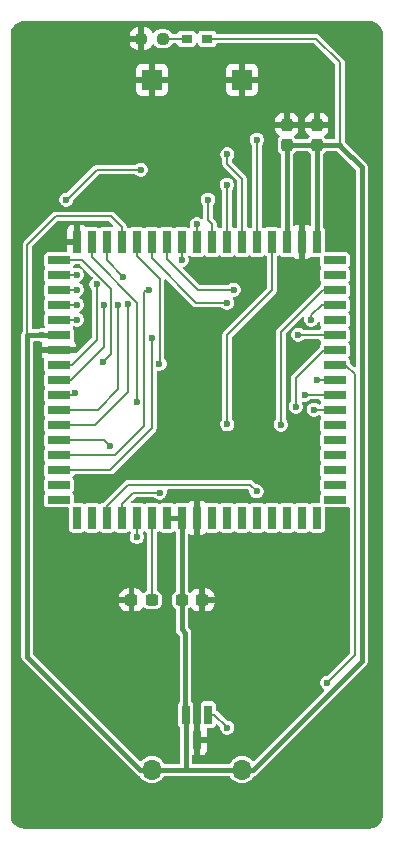
<source format=gbr>
G04 #@! TF.GenerationSoftware,KiCad,Pcbnew,9.0.7-9.0.7~ubuntu25.10.1*
G04 #@! TF.CreationDate,2026-02-01T15:22:41+09:00*
G04 #@! TF.ProjectId,bionic-tms370c250,62696f6e-6963-42d7-946d-733337306332,3*
G04 #@! TF.SameCoordinates,Original*
G04 #@! TF.FileFunction,Copper,L1,Top*
G04 #@! TF.FilePolarity,Positive*
%FSLAX46Y46*%
G04 Gerber Fmt 4.6, Leading zero omitted, Abs format (unit mm)*
G04 Created by KiCad (PCBNEW 9.0.7-9.0.7~ubuntu25.10.1) date 2026-02-01 15:22:41*
%MOMM*%
%LPD*%
G01*
G04 APERTURE LIST*
G04 Aperture macros list*
%AMRoundRect*
0 Rectangle with rounded corners*
0 $1 Rounding radius*
0 $2 $3 $4 $5 $6 $7 $8 $9 X,Y pos of 4 corners*
0 Add a 4 corners polygon primitive as box body*
4,1,4,$2,$3,$4,$5,$6,$7,$8,$9,$2,$3,0*
0 Add four circle primitives for the rounded corners*
1,1,$1+$1,$2,$3*
1,1,$1+$1,$4,$5*
1,1,$1+$1,$6,$7*
1,1,$1+$1,$8,$9*
0 Add four rect primitives between the rounded corners*
20,1,$1+$1,$2,$3,$4,$5,0*
20,1,$1+$1,$4,$5,$6,$7,0*
20,1,$1+$1,$6,$7,$8,$9,0*
20,1,$1+$1,$8,$9,$2,$3,0*%
G04 Aperture macros list end*
G04 #@! TA.AperFunction,SMDPad,CuDef*
%ADD10R,0.965200X0.762000*%
G04 #@! TD*
G04 #@! TA.AperFunction,SMDPad,CuDef*
%ADD11R,0.700000X1.910000*%
G04 #@! TD*
G04 #@! TA.AperFunction,SMDPad,CuDef*
%ADD12R,1.910000X0.700000*%
G04 #@! TD*
G04 #@! TA.AperFunction,SMDPad,CuDef*
%ADD13RoundRect,0.237500X0.300000X0.237500X-0.300000X0.237500X-0.300000X-0.237500X0.300000X-0.237500X0*%
G04 #@! TD*
G04 #@! TA.AperFunction,SMDPad,CuDef*
%ADD14RoundRect,0.237500X0.237500X-0.300000X0.237500X0.300000X-0.237500X0.300000X-0.237500X-0.300000X0*%
G04 #@! TD*
G04 #@! TA.AperFunction,SMDPad,CuDef*
%ADD15RoundRect,0.237500X-0.300000X-0.237500X0.300000X-0.237500X0.300000X0.237500X-0.300000X0.237500X0*%
G04 #@! TD*
G04 #@! TA.AperFunction,SMDPad,CuDef*
%ADD16RoundRect,0.237500X0.250000X0.237500X-0.250000X0.237500X-0.250000X-0.237500X0.250000X-0.237500X0*%
G04 #@! TD*
G04 #@! TA.AperFunction,SMDPad,CuDef*
%ADD17R,0.660400X1.625600*%
G04 #@! TD*
G04 #@! TA.AperFunction,ComponentPad*
%ADD18O,1.700000X1.700000*%
G04 #@! TD*
G04 #@! TA.AperFunction,ComponentPad*
%ADD19R,1.700000X1.700000*%
G04 #@! TD*
G04 #@! TA.AperFunction,ViaPad*
%ADD20C,0.600000*%
G04 #@! TD*
G04 #@! TA.AperFunction,Conductor*
%ADD21C,0.400000*%
G04 #@! TD*
G04 #@! TA.AperFunction,Conductor*
%ADD22C,0.200000*%
G04 #@! TD*
G04 APERTURE END LIST*
D10*
X112823700Y-71600200D03*
X114576300Y-71600200D03*
D11*
X113700000Y-88800000D03*
X112430000Y-88800000D03*
X111160000Y-88800000D03*
X109890000Y-88800000D03*
X108620000Y-88800000D03*
X107350000Y-88800000D03*
X106080000Y-88800000D03*
X104810000Y-88800000D03*
X103540000Y-88800000D03*
D12*
X102020000Y-90320000D03*
X102020000Y-91590000D03*
X102020000Y-92860000D03*
X102020000Y-94130000D03*
X102020000Y-95400000D03*
X102020000Y-96670000D03*
X102020000Y-97940000D03*
X102020000Y-99210000D03*
X102020000Y-100480000D03*
X102020000Y-101750000D03*
X102020000Y-103020000D03*
X102020000Y-104290000D03*
X102020000Y-105560000D03*
X102020000Y-106830000D03*
X102020000Y-108100000D03*
X102020000Y-109370000D03*
X102020000Y-110640000D03*
D11*
X103540000Y-112160000D03*
X104810000Y-112160000D03*
X106080000Y-112160000D03*
X107350000Y-112160000D03*
X108620000Y-112160000D03*
X109890000Y-112160000D03*
X111160000Y-112160000D03*
X112430000Y-112160000D03*
X113700000Y-112160000D03*
X114970000Y-112160000D03*
X116240000Y-112160000D03*
X117510000Y-112160000D03*
X118780000Y-112160000D03*
X120050000Y-112160000D03*
X121320000Y-112160000D03*
X122590000Y-112160000D03*
X123860000Y-112160000D03*
D12*
X125380000Y-110640000D03*
X125380000Y-109370000D03*
X125380000Y-108100000D03*
X125380000Y-106830000D03*
X125380000Y-105560000D03*
X125380000Y-104290000D03*
X125380000Y-103020000D03*
X125380000Y-101750000D03*
X125380000Y-100480000D03*
X125380000Y-99210000D03*
X125380000Y-97940000D03*
X125380000Y-96670000D03*
X125380000Y-95400000D03*
X125380000Y-94130000D03*
X125380000Y-92860000D03*
X125380000Y-91590000D03*
X125380000Y-90320000D03*
D11*
X123860000Y-88800000D03*
X122590000Y-88800000D03*
X121320000Y-88800000D03*
X120050000Y-88800000D03*
X118780000Y-88800000D03*
X117510000Y-88800000D03*
X116240000Y-88800000D03*
X114970000Y-88800000D03*
D13*
X109888900Y-119123600D03*
X108163900Y-119123600D03*
D14*
X123860000Y-80615000D03*
X123860000Y-78890000D03*
D15*
X112431100Y-119123600D03*
X114156100Y-119123600D03*
D16*
X110827900Y-71600200D03*
X109002900Y-71600200D03*
D17*
X114650001Y-128828000D03*
X112749999Y-128828000D03*
X113700000Y-130960000D03*
D14*
X121320000Y-80615000D03*
X121320000Y-78890000D03*
D18*
X117510000Y-133500000D03*
D19*
X117510000Y-75080000D03*
X109890000Y-75080000D03*
D18*
X109890000Y-133500000D03*
D20*
X100619000Y-96670000D03*
X112176000Y-98194000D03*
X106842000Y-119123600D03*
X113700000Y-105560000D03*
X113700000Y-114196000D03*
X101381000Y-88821400D03*
X100238000Y-94765000D03*
X121828000Y-126769000D03*
X125130000Y-130960000D03*
X102143000Y-129385200D03*
X127670000Y-75080000D03*
X125892000Y-86510000D03*
X101635000Y-112672000D03*
X115427200Y-119123600D03*
X100619000Y-97940000D03*
X122590000Y-86637000D03*
X103540000Y-91590000D03*
X109636000Y-92860000D03*
X123606000Y-103020000D03*
X103540000Y-92860000D03*
X107033734Y-94128863D03*
X105765600Y-99006800D03*
X105203335Y-92400065D03*
X109864600Y-96974800D03*
X124749000Y-126134000D03*
X105810200Y-94130000D03*
X107451600Y-91742400D03*
X108655000Y-102334200D03*
X123885400Y-100480000D03*
X106334000Y-106068000D03*
X103365600Y-101623000D03*
X102651000Y-85240000D03*
X108950200Y-82700000D03*
X110534600Y-99133800D03*
X103540000Y-94130000D03*
X103540000Y-95400000D03*
X107858000Y-94104600D03*
X122844000Y-101750000D03*
X116265400Y-129944000D03*
X118754600Y-109928800D03*
X110550400Y-110030400D03*
X108620000Y-113780000D03*
X113700000Y-87322800D03*
X120812000Y-104290000D03*
X123377400Y-95400000D03*
X116824200Y-92860000D03*
X122082000Y-102766000D03*
X116240000Y-83970000D03*
X112430000Y-90320000D03*
X116265400Y-93952200D03*
X116265400Y-104239200D03*
X116265400Y-81404600D03*
X122285200Y-96670000D03*
X114639800Y-85240000D03*
X118780000Y-80160000D03*
D21*
X102020000Y-96670000D02*
X100619000Y-96670000D01*
X125828500Y-80668000D02*
X127670000Y-82509500D01*
X111160000Y-112160000D02*
X112430000Y-112160000D01*
X121320000Y-80615000D02*
X121320000Y-88669000D01*
X99349000Y-123924200D02*
X108924800Y-133500000D01*
X125775500Y-80615000D02*
X121320000Y-80615000D01*
X99349000Y-96700500D02*
X99379500Y-96670000D01*
X125828500Y-80668000D02*
X125775500Y-80615000D01*
X112734800Y-128812801D02*
X112749999Y-128828000D01*
X112431100Y-112161100D02*
X112430000Y-112160000D01*
D22*
X125828500Y-73619500D02*
X123809200Y-71600200D01*
D21*
X112760000Y-133500000D02*
X109890000Y-133500000D01*
X127670000Y-124305200D02*
X118475200Y-133500000D01*
D22*
X99349000Y-96700500D02*
X99349000Y-89050000D01*
X123809200Y-71600200D02*
X114576300Y-71600200D01*
D21*
X112431100Y-119123600D02*
X112430000Y-119124700D01*
D22*
X125828500Y-80668000D02*
X125828500Y-73619500D01*
D21*
X99379500Y-96670000D02*
X102020000Y-96670000D01*
X112430000Y-119124700D02*
X112430000Y-121612800D01*
D22*
X101762000Y-86637000D02*
X106410200Y-86637000D01*
X102024000Y-96924000D02*
X102020000Y-96920000D01*
D21*
X117510000Y-133500000D02*
X112760000Y-133500000D01*
D22*
X112750000Y-133490000D02*
X112760000Y-133500000D01*
D21*
X99349000Y-96700500D02*
X99349000Y-123924200D01*
X123860000Y-80615000D02*
X123860000Y-88669000D01*
X112734800Y-121917600D02*
X112734800Y-128812801D01*
X108924800Y-133500000D02*
X109890000Y-133500000D01*
X127670000Y-82509500D02*
X127670000Y-124305200D01*
D22*
X107350000Y-87576800D02*
X107350000Y-88800000D01*
D21*
X112430000Y-121612800D02*
X112734800Y-121917600D01*
X112431100Y-119123600D02*
X112431100Y-112161100D01*
X118475200Y-133500000D02*
X117510000Y-133500000D01*
X112750000Y-128828000D02*
X112750000Y-133490000D01*
D22*
X106410200Y-86637000D02*
X107350000Y-87576800D01*
X99349000Y-89050000D02*
X101762000Y-86637000D01*
X112823700Y-71600200D02*
X110827900Y-71600200D01*
X103540000Y-91590000D02*
X102020000Y-91590000D01*
X109255000Y-104366200D02*
X106791200Y-106830000D01*
X109458200Y-92860000D02*
X109255000Y-93063200D01*
X106791200Y-106830000D02*
X102020000Y-106830000D01*
X109636000Y-92860000D02*
X109458200Y-92860000D01*
X109255000Y-93063200D02*
X109255000Y-104366200D01*
X125380000Y-103020000D02*
X123606000Y-103020000D01*
X103540000Y-92860000D02*
X102020000Y-92860000D01*
X107033734Y-101278866D02*
X105292600Y-103020000D01*
X105292600Y-103020000D02*
X102020000Y-103020000D01*
X107033734Y-94128863D02*
X107033734Y-101278866D01*
X105765600Y-98965600D02*
X106410200Y-98321000D01*
X106410200Y-92758400D02*
X103971800Y-90320000D01*
X103971800Y-90320000D02*
X102020000Y-90320000D01*
X105765600Y-99006800D02*
X105765600Y-98965600D01*
X106410200Y-98321000D02*
X106410200Y-92758400D01*
X105203335Y-92400065D02*
X105203335Y-97114865D01*
X103108200Y-99210000D02*
X102020000Y-99210000D01*
X105203335Y-97114865D02*
X103108200Y-99210000D01*
X109890000Y-104544000D02*
X106334000Y-108100000D01*
X106334000Y-108100000D02*
X102020000Y-108100000D01*
X109864600Y-96974800D02*
X109890000Y-97000200D01*
X109890000Y-97000200D02*
X109890000Y-104544000D01*
X124749000Y-126134000D02*
X127060400Y-123822600D01*
X126273000Y-99210000D02*
X125380000Y-99210000D01*
X127060400Y-99997400D02*
X126273000Y-99210000D01*
X127060400Y-123822600D02*
X127060400Y-99997400D01*
X105810200Y-94130000D02*
X105810200Y-97701800D01*
X105810200Y-97701800D02*
X103032000Y-100480000D01*
X103032000Y-100480000D02*
X102020000Y-100480000D01*
X107451600Y-91742400D02*
X106080000Y-90370800D01*
X106080000Y-90370800D02*
X106080000Y-88800000D01*
X104810000Y-90116800D02*
X104810000Y-88800000D01*
X108655000Y-102334200D02*
X108645400Y-102324600D01*
X108645400Y-93952200D02*
X104810000Y-90116800D01*
X108645400Y-102324600D02*
X108645400Y-93952200D01*
X125380000Y-100480000D02*
X123885400Y-100480000D01*
X106334000Y-106068000D02*
X105826000Y-105560000D01*
X105826000Y-105560000D02*
X102020000Y-105560000D01*
X103365600Y-101623000D02*
X103238600Y-101750000D01*
X105216400Y-82700000D02*
X108950200Y-82700000D01*
X102651000Y-85240000D02*
X102676400Y-85240000D01*
X102676400Y-85240000D02*
X105216400Y-82700000D01*
X103238600Y-101750000D02*
X102020000Y-101750000D01*
X110550400Y-91920200D02*
X108620000Y-89989800D01*
X110534600Y-99133800D02*
X110550400Y-99118000D01*
X110550400Y-99118000D02*
X110550400Y-91920200D01*
X108620000Y-89989800D02*
X108620000Y-88800000D01*
X103540000Y-94130000D02*
X102020000Y-94130000D01*
X102024000Y-94384000D02*
X102020000Y-94380000D01*
X102024000Y-95654000D02*
X102020000Y-95650000D01*
X103540000Y-95400000D02*
X102020000Y-95400000D01*
X107858000Y-101546800D02*
X105114800Y-104290000D01*
X105114800Y-104290000D02*
X102020000Y-104290000D01*
X107858000Y-94104600D02*
X107858000Y-101546800D01*
X125380000Y-101750000D02*
X122844000Y-101750000D01*
X116265400Y-129918600D02*
X115174800Y-128828000D01*
X115174800Y-128828000D02*
X114650000Y-128828000D01*
X116265400Y-129944000D02*
X116265400Y-129918600D01*
X106080000Y-111148000D02*
X106080000Y-112160000D01*
X118221200Y-109370000D02*
X107858000Y-109370000D01*
X118754600Y-109903400D02*
X118221200Y-109370000D01*
X118754600Y-109928800D02*
X118754600Y-109903400D01*
X107858000Y-109370000D02*
X106080000Y-111148000D01*
X107350000Y-110995600D02*
X107350000Y-112160000D01*
X110550400Y-110030400D02*
X108315200Y-110030400D01*
X108315200Y-110030400D02*
X107350000Y-110995600D01*
X108620000Y-113780000D02*
X108620000Y-112160000D01*
X113700000Y-87322800D02*
X113700000Y-88800000D01*
X120812000Y-96416000D02*
X124368000Y-92860000D01*
X120812000Y-104290000D02*
X120812000Y-96416000D01*
X124368000Y-92860000D02*
X125380000Y-92860000D01*
X123377400Y-95019000D02*
X124266400Y-94130000D01*
X123377400Y-95400000D02*
X123377400Y-95019000D01*
X124266400Y-94130000D02*
X125380000Y-94130000D01*
X111160000Y-90218400D02*
X111160000Y-88800000D01*
X113801600Y-92860000D02*
X111160000Y-90218400D01*
X116824200Y-92860000D02*
X113801600Y-92860000D01*
X124495000Y-97940000D02*
X125380000Y-97940000D01*
X122082000Y-100353000D02*
X124495000Y-97940000D01*
X122082000Y-102766000D02*
X122082000Y-100353000D01*
X116240000Y-83970000D02*
X116240000Y-88800000D01*
X112430000Y-90320000D02*
X112430000Y-88800000D01*
X113649200Y-93952200D02*
X109890000Y-90193000D01*
X109890000Y-90193000D02*
X109890000Y-88800000D01*
X116265400Y-93952200D02*
X113649200Y-93952200D01*
X120050000Y-92910800D02*
X116265400Y-96695400D01*
X120050000Y-88800000D02*
X120050000Y-92910800D01*
X116265400Y-96695400D02*
X116265400Y-104239200D01*
X116265400Y-81404600D02*
X116265400Y-82217400D01*
X116265400Y-82217400D02*
X117510000Y-83462000D01*
X117510000Y-83462000D02*
X117510000Y-88800000D01*
X122285200Y-96670000D02*
X125380000Y-96670000D01*
X114970000Y-87272000D02*
X114970000Y-88800000D01*
X114639800Y-85240000D02*
X114639800Y-86941800D01*
X114639800Y-86941800D02*
X114970000Y-87272000D01*
X118780000Y-80160000D02*
X118780000Y-88800000D01*
X109890000Y-119122500D02*
X109888900Y-119123600D01*
X109888900Y-119123600D02*
X109888900Y-118869600D01*
X109890000Y-112160000D02*
X109890000Y-119122500D01*
G04 #@! TA.AperFunction,Conductor*
G36*
X103823090Y-90739407D02*
G01*
X103834903Y-90749496D01*
X104851375Y-91765968D01*
X104879152Y-91820485D01*
X104869581Y-91880917D01*
X104838386Y-91913799D01*
X104839765Y-91915596D01*
X104834625Y-91919539D01*
X104834619Y-91919545D01*
X104722815Y-92031349D01*
X104643758Y-92168281D01*
X104602835Y-92321008D01*
X104602835Y-92479122D01*
X104643758Y-92631849D01*
X104722815Y-92768781D01*
X104773840Y-92819806D01*
X104801616Y-92874321D01*
X104802835Y-92889808D01*
X104802835Y-96907963D01*
X104783928Y-96966154D01*
X104773839Y-96977967D01*
X103588406Y-98163399D01*
X103533889Y-98191176D01*
X103516007Y-98188343D01*
X103516007Y-98190000D01*
X100565001Y-98190000D01*
X100565000Y-98190001D01*
X100565000Y-98337824D01*
X100564999Y-98337824D01*
X100571401Y-98397370D01*
X100571403Y-98397381D01*
X100621646Y-98532088D01*
X100621647Y-98532090D01*
X100707807Y-98647184D01*
X100707815Y-98647192D01*
X100736956Y-98669007D01*
X100772209Y-98719015D01*
X100771335Y-98780195D01*
X100768195Y-98788241D01*
X100767416Y-98790003D01*
X100767414Y-98790011D01*
X100764500Y-98815130D01*
X100764500Y-99604860D01*
X100764501Y-99604863D01*
X100767414Y-99629990D01*
X100792263Y-99686266D01*
X100812794Y-99732765D01*
X100855027Y-99774998D01*
X100882803Y-99829513D01*
X100873232Y-99889945D01*
X100855028Y-99915000D01*
X100815778Y-99954251D01*
X100812794Y-99957235D01*
X100767414Y-100060011D01*
X100764500Y-100085130D01*
X100764500Y-100874860D01*
X100764501Y-100874863D01*
X100767414Y-100899990D01*
X100774666Y-100916414D01*
X100812794Y-101002765D01*
X100855027Y-101044998D01*
X100882803Y-101099513D01*
X100873232Y-101159945D01*
X100855028Y-101185000D01*
X100812794Y-101227235D01*
X100767414Y-101330011D01*
X100764500Y-101355130D01*
X100764500Y-102144860D01*
X100764501Y-102144863D01*
X100767414Y-102169990D01*
X100772972Y-102182577D01*
X100812794Y-102272765D01*
X100855027Y-102314998D01*
X100882803Y-102369513D01*
X100873232Y-102429945D01*
X100855028Y-102455000D01*
X100825271Y-102484758D01*
X100812794Y-102497235D01*
X100767414Y-102600011D01*
X100764500Y-102625130D01*
X100764500Y-103414860D01*
X100764501Y-103414863D01*
X100767414Y-103439990D01*
X100784306Y-103478246D01*
X100812794Y-103542765D01*
X100855027Y-103584998D01*
X100882803Y-103639513D01*
X100873232Y-103699945D01*
X100855028Y-103725000D01*
X100830573Y-103749456D01*
X100812794Y-103767235D01*
X100767414Y-103870011D01*
X100764500Y-103895130D01*
X100764500Y-104684860D01*
X100764501Y-104684863D01*
X100767414Y-104709990D01*
X100784865Y-104749511D01*
X100812794Y-104812765D01*
X100855027Y-104854998D01*
X100882803Y-104909513D01*
X100873232Y-104969945D01*
X100855028Y-104995000D01*
X100812794Y-105037235D01*
X100767414Y-105140011D01*
X100764500Y-105165130D01*
X100764500Y-105954860D01*
X100764501Y-105954863D01*
X100767414Y-105979990D01*
X100775840Y-105999073D01*
X100812794Y-106082765D01*
X100855027Y-106124998D01*
X100882803Y-106179513D01*
X100873232Y-106239945D01*
X100855028Y-106265000D01*
X100820245Y-106299784D01*
X100812794Y-106307235D01*
X100767414Y-106410011D01*
X100764500Y-106435130D01*
X100764500Y-107224860D01*
X100764501Y-107224863D01*
X100767414Y-107249990D01*
X100784865Y-107289511D01*
X100812794Y-107352765D01*
X100855027Y-107394998D01*
X100882803Y-107449513D01*
X100873232Y-107509945D01*
X100855028Y-107535000D01*
X100812794Y-107577235D01*
X100767414Y-107680011D01*
X100764500Y-107705130D01*
X100764500Y-108494860D01*
X100764501Y-108494863D01*
X100767414Y-108519990D01*
X100778202Y-108544421D01*
X100812794Y-108622765D01*
X100855027Y-108664998D01*
X100882803Y-108719513D01*
X100873232Y-108779945D01*
X100855028Y-108805000D01*
X100812794Y-108847235D01*
X100767414Y-108950011D01*
X100764500Y-108975130D01*
X100764500Y-109764860D01*
X100764501Y-109764863D01*
X100767414Y-109789990D01*
X100789626Y-109840295D01*
X100812794Y-109892765D01*
X100855027Y-109934998D01*
X100882803Y-109989513D01*
X100873232Y-110049945D01*
X100855028Y-110075000D01*
X100820574Y-110109455D01*
X100812794Y-110117235D01*
X100767414Y-110220011D01*
X100764500Y-110245130D01*
X100764500Y-111034860D01*
X100764501Y-111034863D01*
X100767414Y-111059990D01*
X100779648Y-111087697D01*
X100812794Y-111162765D01*
X100892235Y-111242206D01*
X100995009Y-111287585D01*
X101020135Y-111290500D01*
X102790500Y-111290499D01*
X102848691Y-111309406D01*
X102884655Y-111358906D01*
X102889500Y-111389499D01*
X102889500Y-113159860D01*
X102889501Y-113159863D01*
X102892414Y-113184990D01*
X102905000Y-113213493D01*
X102937794Y-113287765D01*
X103017235Y-113367206D01*
X103120009Y-113412585D01*
X103145135Y-113415500D01*
X103934864Y-113415499D01*
X103959991Y-113412585D01*
X104062765Y-113367206D01*
X104104998Y-113324972D01*
X104159513Y-113297197D01*
X104219945Y-113306768D01*
X104245000Y-113324971D01*
X104287235Y-113367206D01*
X104390009Y-113412585D01*
X104415135Y-113415500D01*
X105204864Y-113415499D01*
X105229991Y-113412585D01*
X105332765Y-113367206D01*
X105374998Y-113324972D01*
X105429513Y-113297197D01*
X105489945Y-113306768D01*
X105515000Y-113324971D01*
X105557235Y-113367206D01*
X105660009Y-113412585D01*
X105685135Y-113415500D01*
X106474864Y-113415499D01*
X106499991Y-113412585D01*
X106602765Y-113367206D01*
X106644998Y-113324972D01*
X106699513Y-113297197D01*
X106759945Y-113306768D01*
X106785000Y-113324971D01*
X106827235Y-113367206D01*
X106930009Y-113412585D01*
X106955135Y-113415500D01*
X107744864Y-113415499D01*
X107769991Y-113412585D01*
X107872765Y-113367206D01*
X107914998Y-113324972D01*
X107928967Y-113317855D01*
X107940055Y-113306768D01*
X107955542Y-113304315D01*
X107969513Y-113297197D01*
X107985000Y-113299649D01*
X108000487Y-113297197D01*
X108014457Y-113304315D01*
X108029945Y-113306768D01*
X108055000Y-113324971D01*
X108086436Y-113356407D01*
X108114212Y-113410922D01*
X108104641Y-113471354D01*
X108102169Y-113475907D01*
X108060423Y-113548215D01*
X108060423Y-113548216D01*
X108019500Y-113700943D01*
X108019500Y-113859057D01*
X108060423Y-114011784D01*
X108139480Y-114148716D01*
X108251284Y-114260520D01*
X108388216Y-114339577D01*
X108540943Y-114380500D01*
X108540945Y-114380500D01*
X108699055Y-114380500D01*
X108699057Y-114380500D01*
X108851784Y-114339577D01*
X108988716Y-114260520D01*
X109100520Y-114148716D01*
X109179577Y-114011784D01*
X109220500Y-113859057D01*
X109220500Y-113700943D01*
X109179577Y-113548216D01*
X109137830Y-113475907D01*
X109137269Y-113473266D01*
X109135358Y-113471355D01*
X109130958Y-113443577D01*
X109125110Y-113416061D01*
X109126209Y-113413591D01*
X109125787Y-113410923D01*
X109138556Y-113385860D01*
X109149997Y-113360166D01*
X109153545Y-113356425D01*
X109184998Y-113324972D01*
X109239513Y-113297197D01*
X109299945Y-113306768D01*
X109325000Y-113324971D01*
X109367235Y-113367206D01*
X109430489Y-113395135D01*
X109476083Y-113435935D01*
X109489500Y-113485699D01*
X109489500Y-118279598D01*
X109470593Y-118337789D01*
X109426819Y-118371695D01*
X109322741Y-118412738D01*
X109215892Y-118493764D01*
X109158101Y-118513859D01*
X109099535Y-118496148D01*
X109071812Y-118466852D01*
X109046344Y-118425562D01*
X108924435Y-118303653D01*
X108777706Y-118213148D01*
X108614048Y-118158918D01*
X108513055Y-118148600D01*
X108413901Y-118148600D01*
X108413900Y-118148601D01*
X108413900Y-120098598D01*
X108413901Y-120098599D01*
X108513054Y-120098599D01*
X108614042Y-120088282D01*
X108614054Y-120088279D01*
X108777706Y-120034051D01*
X108924435Y-119943546D01*
X109046346Y-119821635D01*
X109071812Y-119780348D01*
X109118452Y-119740746D01*
X109179463Y-119736122D01*
X109215890Y-119753434D01*
X109322742Y-119834462D01*
X109460323Y-119888717D01*
X109546782Y-119899100D01*
X109546784Y-119899100D01*
X110231016Y-119899100D01*
X110231018Y-119899100D01*
X110317477Y-119888717D01*
X110455058Y-119834462D01*
X110572900Y-119745100D01*
X110662262Y-119627258D01*
X110716517Y-119489677D01*
X110726900Y-119403218D01*
X110726900Y-118843982D01*
X110716517Y-118757523D01*
X110708012Y-118735957D01*
X110703924Y-118725589D01*
X110662262Y-118619942D01*
X110572900Y-118502100D01*
X110526420Y-118466853D01*
X110455058Y-118412737D01*
X110353181Y-118372562D01*
X110305984Y-118333625D01*
X110290500Y-118280465D01*
X110290500Y-113485699D01*
X110309407Y-113427508D01*
X110334422Y-113403435D01*
X110341603Y-113398626D01*
X110412765Y-113367206D01*
X110461857Y-113318113D01*
X110469922Y-113312714D01*
X110490476Y-113306896D01*
X110509513Y-113297197D01*
X110519280Y-113298743D01*
X110528795Y-113296051D01*
X110548842Y-113303425D01*
X110569945Y-113306768D01*
X110582270Y-113315722D01*
X110586218Y-113317175D01*
X110588063Y-113319931D01*
X110595000Y-113324971D01*
X110637235Y-113367206D01*
X110740009Y-113412585D01*
X110765135Y-113415500D01*
X111554864Y-113415499D01*
X111579991Y-113412585D01*
X111682765Y-113367206D01*
X111724998Y-113324972D01*
X111738967Y-113317855D01*
X111750055Y-113306768D01*
X111765542Y-113304315D01*
X111779513Y-113297197D01*
X111795000Y-113299649D01*
X111810487Y-113297197D01*
X111824457Y-113304315D01*
X111839945Y-113306768D01*
X111865000Y-113324971D01*
X111901605Y-113361576D01*
X111929381Y-113416091D01*
X111930600Y-113431578D01*
X111930600Y-118319466D01*
X111911693Y-118377657D01*
X111870798Y-118409334D01*
X111870846Y-118409418D01*
X111870278Y-118409736D01*
X111867924Y-118411561D01*
X111864946Y-118412735D01*
X111864943Y-118412737D01*
X111747103Y-118502097D01*
X111747097Y-118502103D01*
X111657738Y-118619941D01*
X111603483Y-118757520D01*
X111593100Y-118843979D01*
X111593100Y-119403220D01*
X111603483Y-119489679D01*
X111657738Y-119627258D01*
X111747100Y-119745100D01*
X111761474Y-119756000D01*
X111864940Y-119834461D01*
X111864941Y-119834461D01*
X111864942Y-119834462D01*
X111866817Y-119835201D01*
X111868018Y-119836192D01*
X111870841Y-119837779D01*
X111870556Y-119838285D01*
X111914015Y-119874136D01*
X111929500Y-119927299D01*
X111929500Y-121546908D01*
X111929500Y-121678692D01*
X111941750Y-121724409D01*
X111963609Y-121805990D01*
X112029496Y-121920109D01*
X112029500Y-121920114D01*
X112205303Y-122095916D01*
X112233081Y-122150433D01*
X112234300Y-122165920D01*
X112234300Y-127734720D01*
X112215393Y-127792911D01*
X112205304Y-127804723D01*
X112167594Y-127842433D01*
X112122213Y-127945211D01*
X112119299Y-127970330D01*
X112119299Y-129685660D01*
X112119300Y-129685663D01*
X112122213Y-129710790D01*
X112122843Y-129712216D01*
X112167593Y-129813565D01*
X112220505Y-129866477D01*
X112248281Y-129920992D01*
X112249500Y-129936479D01*
X112249500Y-132900500D01*
X112230593Y-132958691D01*
X112181093Y-132994655D01*
X112150500Y-132999500D01*
X110986887Y-132999500D01*
X110928696Y-132980593D01*
X110898677Y-132945445D01*
X110873997Y-132897008D01*
X110873996Y-132897006D01*
X110767553Y-132750499D01*
X110639501Y-132622447D01*
X110492994Y-132516004D01*
X110492993Y-132516003D01*
X110492991Y-132516002D01*
X110331637Y-132433788D01*
X110159406Y-132377828D01*
X109980549Y-132349500D01*
X109980546Y-132349500D01*
X109799454Y-132349500D01*
X109799451Y-132349500D01*
X109620593Y-132377828D01*
X109448362Y-132433788D01*
X109287008Y-132516002D01*
X109199358Y-132579683D01*
X109140499Y-132622447D01*
X109140497Y-132622448D01*
X109140494Y-132622451D01*
X109017783Y-132745162D01*
X108963267Y-132772939D01*
X108902835Y-132763367D01*
X108877776Y-132745162D01*
X99878496Y-123745882D01*
X99850719Y-123691365D01*
X99849500Y-123675878D01*
X99849500Y-119373601D01*
X107126401Y-119373601D01*
X107126401Y-119410254D01*
X107136717Y-119511242D01*
X107136720Y-119511254D01*
X107190948Y-119674906D01*
X107281453Y-119821635D01*
X107403364Y-119943546D01*
X107550093Y-120034051D01*
X107713751Y-120088281D01*
X107814745Y-120098599D01*
X107913900Y-120098599D01*
X107913900Y-119373601D01*
X107913899Y-119373600D01*
X107126402Y-119373600D01*
X107126401Y-119373601D01*
X99849500Y-119373601D01*
X99849500Y-118836944D01*
X107126400Y-118836944D01*
X107126400Y-118873599D01*
X107126401Y-118873600D01*
X107913899Y-118873600D01*
X107913900Y-118873599D01*
X107913900Y-118148600D01*
X107814745Y-118148600D01*
X107814745Y-118148601D01*
X107713757Y-118158917D01*
X107713745Y-118158920D01*
X107550093Y-118213148D01*
X107403364Y-118303653D01*
X107281453Y-118425564D01*
X107190948Y-118572293D01*
X107136718Y-118735951D01*
X107126400Y-118836944D01*
X99849500Y-118836944D01*
X99849500Y-97269500D01*
X99868407Y-97211309D01*
X99917907Y-97175345D01*
X99948500Y-97170500D01*
X100258364Y-97170500D01*
X100307862Y-97183762D01*
X100387216Y-97229577D01*
X100535281Y-97269250D01*
X100586594Y-97302574D01*
X100608521Y-97359696D01*
X100602415Y-97399473D01*
X100571403Y-97482618D01*
X100571401Y-97482629D01*
X100565000Y-97542175D01*
X100565000Y-97689999D01*
X100565001Y-97690000D01*
X103474999Y-97690000D01*
X103475000Y-97689999D01*
X103475000Y-97542175D01*
X103468598Y-97482629D01*
X103468596Y-97482618D01*
X103418353Y-97347911D01*
X103418352Y-97347909D01*
X103332192Y-97232815D01*
X103332185Y-97232808D01*
X103303041Y-97210990D01*
X103267789Y-97160980D01*
X103268665Y-97099801D01*
X103271801Y-97091766D01*
X103272585Y-97089991D01*
X103275500Y-97064865D01*
X103275499Y-96275136D01*
X103272585Y-96250009D01*
X103227206Y-96147235D01*
X103201499Y-96121528D01*
X103173724Y-96067014D01*
X103183295Y-96006582D01*
X103226560Y-95963317D01*
X103286992Y-95953746D01*
X103301931Y-95957959D01*
X103301948Y-95957897D01*
X103308214Y-95959576D01*
X103308216Y-95959577D01*
X103460943Y-96000500D01*
X103460945Y-96000500D01*
X103619055Y-96000500D01*
X103619057Y-96000500D01*
X103771784Y-95959577D01*
X103908716Y-95880520D01*
X104020520Y-95768716D01*
X104099577Y-95631784D01*
X104140500Y-95479057D01*
X104140500Y-95320943D01*
X104099577Y-95168216D01*
X104020520Y-95031284D01*
X103908716Y-94919480D01*
X103789645Y-94850735D01*
X103748706Y-94805267D01*
X103742310Y-94744417D01*
X103772903Y-94691429D01*
X103789641Y-94679267D01*
X103908716Y-94610520D01*
X104020520Y-94498716D01*
X104099577Y-94361784D01*
X104140500Y-94209057D01*
X104140500Y-94050943D01*
X104099577Y-93898216D01*
X104020520Y-93761284D01*
X103908716Y-93649480D01*
X103789645Y-93580735D01*
X103748706Y-93535267D01*
X103742310Y-93474417D01*
X103772903Y-93421429D01*
X103789641Y-93409267D01*
X103908716Y-93340520D01*
X104020520Y-93228716D01*
X104099577Y-93091784D01*
X104140500Y-92939057D01*
X104140500Y-92780943D01*
X104099577Y-92628216D01*
X104020520Y-92491284D01*
X103908716Y-92379480D01*
X103789645Y-92310735D01*
X103748706Y-92265267D01*
X103742310Y-92204417D01*
X103772903Y-92151429D01*
X103789641Y-92139267D01*
X103908716Y-92070520D01*
X104020520Y-91958716D01*
X104099577Y-91821784D01*
X104140500Y-91669057D01*
X104140500Y-91510943D01*
X104099577Y-91358216D01*
X104020520Y-91221284D01*
X103908716Y-91109480D01*
X103771784Y-91030423D01*
X103619057Y-90989500D01*
X103460943Y-90989500D01*
X103308216Y-91030423D01*
X103308213Y-91030424D01*
X103301949Y-91032103D01*
X103301534Y-91030557D01*
X103248378Y-91034733D01*
X103196214Y-91002755D01*
X103172809Y-90946223D01*
X103187102Y-90886731D01*
X103187502Y-90886085D01*
X103193493Y-90876477D01*
X103227206Y-90842765D01*
X103257972Y-90773085D01*
X103261697Y-90767113D01*
X103279995Y-90751731D01*
X103295937Y-90733916D01*
X103303666Y-90731832D01*
X103308532Y-90727742D01*
X103322510Y-90726751D01*
X103345700Y-90720500D01*
X103764899Y-90720500D01*
X103823090Y-90739407D01*
G37*
G04 #@! TD.AperFunction*
G04 #@! TA.AperFunction,Conductor*
G36*
X123114058Y-81134407D02*
G01*
X123145737Y-81175306D01*
X123145821Y-81175259D01*
X123146139Y-81175825D01*
X123147964Y-81178181D01*
X123149138Y-81181158D01*
X123238500Y-81299000D01*
X123273504Y-81325544D01*
X123320319Y-81361045D01*
X123355262Y-81411272D01*
X123359500Y-81439929D01*
X123359500Y-87336678D01*
X123340593Y-87394869D01*
X123291093Y-87430833D01*
X123229907Y-87430833D01*
X123201171Y-87415931D01*
X123182090Y-87401647D01*
X123182088Y-87401646D01*
X123047381Y-87351403D01*
X123047370Y-87351401D01*
X122987824Y-87345000D01*
X122840001Y-87345000D01*
X122840000Y-87345001D01*
X122840000Y-90254999D01*
X122840001Y-90255000D01*
X122987824Y-90255000D01*
X123047370Y-90248598D01*
X123047381Y-90248596D01*
X123182088Y-90198353D01*
X123182090Y-90198352D01*
X123297184Y-90112192D01*
X123297190Y-90112186D01*
X123319006Y-90083044D01*
X123369014Y-90047790D01*
X123430193Y-90048664D01*
X123438242Y-90051805D01*
X123440009Y-90052585D01*
X123465135Y-90055500D01*
X124025500Y-90055499D01*
X124083691Y-90074406D01*
X124119655Y-90123906D01*
X124124500Y-90154499D01*
X124124500Y-90714860D01*
X124124501Y-90714863D01*
X124127414Y-90739990D01*
X124139390Y-90767113D01*
X124172794Y-90842765D01*
X124215027Y-90884998D01*
X124242803Y-90939513D01*
X124233232Y-90999945D01*
X124215028Y-91025000D01*
X124181254Y-91058775D01*
X124172794Y-91067235D01*
X124127414Y-91170011D01*
X124124500Y-91195130D01*
X124124500Y-91984860D01*
X124124501Y-91984863D01*
X124127414Y-92009990D01*
X124136845Y-92031349D01*
X124172794Y-92112765D01*
X124215027Y-92154998D01*
X124242803Y-92209513D01*
X124233232Y-92269945D01*
X124215028Y-92295000D01*
X124189021Y-92321008D01*
X124172794Y-92337235D01*
X124127414Y-92440011D01*
X124124500Y-92465130D01*
X124124500Y-92496100D01*
X124105593Y-92554291D01*
X124095509Y-92566097D01*
X122290000Y-94371607D01*
X120491517Y-96170090D01*
X120491516Y-96170091D01*
X120438793Y-96261411D01*
X120438792Y-96261411D01*
X120438793Y-96261412D01*
X120411500Y-96363273D01*
X120411500Y-103800256D01*
X120392593Y-103858447D01*
X120382504Y-103870259D01*
X120331482Y-103921281D01*
X120331480Y-103921283D01*
X120331480Y-103921284D01*
X120252423Y-104058216D01*
X120211500Y-104210943D01*
X120211500Y-104369057D01*
X120252423Y-104521784D01*
X120331480Y-104658716D01*
X120443284Y-104770520D01*
X120580216Y-104849577D01*
X120732943Y-104890500D01*
X120732945Y-104890500D01*
X120891055Y-104890500D01*
X120891057Y-104890500D01*
X121043784Y-104849577D01*
X121180716Y-104770520D01*
X121292520Y-104658716D01*
X121371577Y-104521784D01*
X121412500Y-104369057D01*
X121412500Y-104210943D01*
X121371577Y-104058216D01*
X121292520Y-103921284D01*
X121292517Y-103921281D01*
X121241496Y-103870259D01*
X121213719Y-103815742D01*
X121212500Y-103800256D01*
X121212500Y-96622900D01*
X121231407Y-96564709D01*
X121241490Y-96552902D01*
X122626714Y-95167678D01*
X122681230Y-95139902D01*
X122741662Y-95149473D01*
X122784927Y-95192738D01*
X122794498Y-95253170D01*
X122792344Y-95263301D01*
X122776900Y-95320943D01*
X122776900Y-95479057D01*
X122817823Y-95631784D01*
X122896880Y-95768716D01*
X123008684Y-95880520D01*
X123145616Y-95959577D01*
X123298343Y-96000500D01*
X123298345Y-96000500D01*
X123456455Y-96000500D01*
X123456457Y-96000500D01*
X123609184Y-95959577D01*
X123746116Y-95880520D01*
X123857920Y-95768716D01*
X123936977Y-95631784D01*
X123936978Y-95631779D01*
X123939763Y-95626956D01*
X123985232Y-95586014D01*
X124046082Y-95579618D01*
X124099071Y-95610210D01*
X124123958Y-95666106D01*
X124124500Y-95676454D01*
X124124500Y-95794860D01*
X124124501Y-95794863D01*
X124127414Y-95819990D01*
X124152756Y-95877385D01*
X124172794Y-95922765D01*
X124215027Y-95964998D01*
X124242803Y-96019513D01*
X124233232Y-96079945D01*
X124227286Y-96090079D01*
X124221888Y-96098140D01*
X124172794Y-96147235D01*
X124141373Y-96218395D01*
X124136564Y-96225579D01*
X124118979Y-96239414D01*
X124104063Y-96256084D01*
X124094525Y-96258655D01*
X124088479Y-96263413D01*
X124074953Y-96263931D01*
X124054300Y-96269500D01*
X122774944Y-96269500D01*
X122716753Y-96250593D01*
X122704941Y-96240504D01*
X122653918Y-96189482D01*
X122653916Y-96189480D01*
X122516984Y-96110423D01*
X122364257Y-96069500D01*
X122206143Y-96069500D01*
X122053416Y-96110423D01*
X121916484Y-96189480D01*
X121804680Y-96301284D01*
X121725623Y-96438216D01*
X121684700Y-96590943D01*
X121684700Y-96749057D01*
X121725623Y-96901784D01*
X121804680Y-97038716D01*
X121916484Y-97150520D01*
X122053416Y-97229577D01*
X122206143Y-97270500D01*
X122206145Y-97270500D01*
X122364255Y-97270500D01*
X122364257Y-97270500D01*
X122516984Y-97229577D01*
X122653916Y-97150520D01*
X122690014Y-97114422D01*
X122704941Y-97099496D01*
X122759458Y-97071719D01*
X122774944Y-97070500D01*
X124054301Y-97070500D01*
X124112492Y-97089407D01*
X124136565Y-97114422D01*
X124141373Y-97121603D01*
X124172794Y-97192765D01*
X124221886Y-97241857D01*
X124227286Y-97249922D01*
X124233103Y-97270476D01*
X124242803Y-97289513D01*
X124241256Y-97299280D01*
X124243949Y-97308795D01*
X124236574Y-97328842D01*
X124233232Y-97349945D01*
X124224277Y-97362270D01*
X124222825Y-97366218D01*
X124220068Y-97368063D01*
X124215028Y-97375000D01*
X124190556Y-97399473D01*
X124172794Y-97417235D01*
X124127414Y-97520011D01*
X124124500Y-97545130D01*
X124124500Y-97703098D01*
X124105593Y-97761289D01*
X124095504Y-97773102D01*
X121761517Y-100107090D01*
X121761516Y-100107091D01*
X121708793Y-100198411D01*
X121708792Y-100198411D01*
X121708793Y-100198412D01*
X121681500Y-100300273D01*
X121681500Y-102276256D01*
X121662593Y-102334447D01*
X121652504Y-102346259D01*
X121601482Y-102397281D01*
X121601480Y-102397283D01*
X121601480Y-102397284D01*
X121522423Y-102534216D01*
X121481500Y-102686943D01*
X121481500Y-102845057D01*
X121522423Y-102997784D01*
X121601480Y-103134716D01*
X121713284Y-103246520D01*
X121850216Y-103325577D01*
X122002943Y-103366500D01*
X122002945Y-103366500D01*
X122161055Y-103366500D01*
X122161057Y-103366500D01*
X122313784Y-103325577D01*
X122450716Y-103246520D01*
X122562520Y-103134716D01*
X122641577Y-102997784D01*
X122682500Y-102845057D01*
X122682500Y-102686943D01*
X122641577Y-102534216D01*
X122613021Y-102484756D01*
X122600301Y-102424909D01*
X122625188Y-102369014D01*
X122678176Y-102338421D01*
X122724378Y-102339630D01*
X122764943Y-102350500D01*
X122764945Y-102350500D01*
X122923055Y-102350500D01*
X122923057Y-102350500D01*
X123075784Y-102309577D01*
X123212716Y-102230520D01*
X123248814Y-102194422D01*
X123263741Y-102179496D01*
X123318258Y-102151719D01*
X123333744Y-102150500D01*
X124054301Y-102150500D01*
X124112492Y-102169407D01*
X124136565Y-102194422D01*
X124141373Y-102201603D01*
X124172794Y-102272765D01*
X124221886Y-102321857D01*
X124227286Y-102329922D01*
X124233103Y-102350476D01*
X124242803Y-102369513D01*
X124241256Y-102379280D01*
X124243949Y-102388795D01*
X124236574Y-102408842D01*
X124233232Y-102429945D01*
X124224277Y-102442270D01*
X124222825Y-102446218D01*
X124220068Y-102448063D01*
X124215028Y-102455000D01*
X124185271Y-102484758D01*
X124172793Y-102497236D01*
X124157558Y-102531740D01*
X124116757Y-102577335D01*
X124056948Y-102590240D01*
X124000976Y-102565525D01*
X123997008Y-102561772D01*
X123974716Y-102539480D01*
X123837784Y-102460423D01*
X123685057Y-102419500D01*
X123526943Y-102419500D01*
X123374216Y-102460423D01*
X123237284Y-102539480D01*
X123125480Y-102651284D01*
X123046423Y-102788216D01*
X123005500Y-102940943D01*
X123005500Y-103099057D01*
X123046423Y-103251784D01*
X123125480Y-103388716D01*
X123237284Y-103500520D01*
X123374216Y-103579577D01*
X123526943Y-103620500D01*
X123526945Y-103620500D01*
X123685055Y-103620500D01*
X123685057Y-103620500D01*
X123837784Y-103579577D01*
X123974716Y-103500520D01*
X123996991Y-103478244D01*
X124051505Y-103450467D01*
X124111937Y-103460038D01*
X124146920Y-103489828D01*
X124153234Y-103498467D01*
X124172794Y-103542765D01*
X124220435Y-103590406D01*
X124224948Y-103596580D01*
X124232217Y-103618737D01*
X124242803Y-103639513D01*
X124241575Y-103647260D01*
X124244022Y-103654716D01*
X124236879Y-103676913D01*
X124233232Y-103699945D01*
X124226477Y-103709241D01*
X124225281Y-103712961D01*
X124222070Y-103715307D01*
X124215028Y-103725000D01*
X124190573Y-103749456D01*
X124172794Y-103767235D01*
X124127414Y-103870011D01*
X124124500Y-103895130D01*
X124124500Y-104684860D01*
X124124501Y-104684863D01*
X124127414Y-104709990D01*
X124144865Y-104749511D01*
X124172794Y-104812765D01*
X124215027Y-104854998D01*
X124242803Y-104909513D01*
X124233232Y-104969945D01*
X124215028Y-104995000D01*
X124172794Y-105037235D01*
X124127414Y-105140011D01*
X124124500Y-105165130D01*
X124124500Y-105954860D01*
X124124501Y-105954863D01*
X124127414Y-105979990D01*
X124135840Y-105999073D01*
X124172794Y-106082765D01*
X124215027Y-106124998D01*
X124242803Y-106179513D01*
X124233232Y-106239945D01*
X124215028Y-106265000D01*
X124180245Y-106299784D01*
X124172794Y-106307235D01*
X124127414Y-106410011D01*
X124124500Y-106435130D01*
X124124500Y-107224860D01*
X124124501Y-107224863D01*
X124127414Y-107249990D01*
X124144865Y-107289511D01*
X124172794Y-107352765D01*
X124215027Y-107394998D01*
X124242803Y-107449513D01*
X124233232Y-107509945D01*
X124215028Y-107535000D01*
X124172794Y-107577235D01*
X124127414Y-107680011D01*
X124124500Y-107705130D01*
X124124500Y-108494860D01*
X124124501Y-108494863D01*
X124127414Y-108519990D01*
X124138202Y-108544421D01*
X124172794Y-108622765D01*
X124215027Y-108664998D01*
X124242803Y-108719513D01*
X124233232Y-108779945D01*
X124215028Y-108805000D01*
X124172794Y-108847235D01*
X124127414Y-108950011D01*
X124124500Y-108975130D01*
X124124500Y-109764860D01*
X124124501Y-109764863D01*
X124127414Y-109789990D01*
X124149626Y-109840295D01*
X124172794Y-109892765D01*
X124215027Y-109934998D01*
X124242803Y-109989513D01*
X124233232Y-110049945D01*
X124215028Y-110075000D01*
X124180574Y-110109455D01*
X124172794Y-110117235D01*
X124127414Y-110220011D01*
X124124500Y-110245130D01*
X124124500Y-110805500D01*
X124105593Y-110863691D01*
X124056093Y-110899655D01*
X124025500Y-110904500D01*
X123465139Y-110904500D01*
X123465136Y-110904501D01*
X123440009Y-110907414D01*
X123362956Y-110941437D01*
X123337235Y-110952794D01*
X123295001Y-110995027D01*
X123240487Y-111022803D01*
X123180055Y-111013232D01*
X123154999Y-110995028D01*
X123112765Y-110952794D01*
X123009991Y-110907415D01*
X123009990Y-110907414D01*
X123009988Y-110907414D01*
X122984868Y-110904500D01*
X122195139Y-110904500D01*
X122195136Y-110904501D01*
X122170009Y-110907414D01*
X122092956Y-110941437D01*
X122067235Y-110952794D01*
X122025001Y-110995027D01*
X121970487Y-111022803D01*
X121910055Y-111013232D01*
X121884999Y-110995028D01*
X121842765Y-110952794D01*
X121739991Y-110907415D01*
X121739990Y-110907414D01*
X121739988Y-110907414D01*
X121714868Y-110904500D01*
X120925139Y-110904500D01*
X120925136Y-110904501D01*
X120900009Y-110907414D01*
X120822956Y-110941437D01*
X120797235Y-110952794D01*
X120755001Y-110995027D01*
X120700487Y-111022803D01*
X120640055Y-111013232D01*
X120614999Y-110995028D01*
X120572765Y-110952794D01*
X120469991Y-110907415D01*
X120469990Y-110907414D01*
X120469988Y-110907414D01*
X120444868Y-110904500D01*
X119655139Y-110904500D01*
X119655136Y-110904501D01*
X119630009Y-110907414D01*
X119552956Y-110941437D01*
X119527235Y-110952794D01*
X119485001Y-110995027D01*
X119430487Y-111022803D01*
X119370055Y-111013232D01*
X119344999Y-110995028D01*
X119302765Y-110952794D01*
X119199991Y-110907415D01*
X119199990Y-110907414D01*
X119199988Y-110907414D01*
X119174868Y-110904500D01*
X118385139Y-110904500D01*
X118385136Y-110904501D01*
X118360009Y-110907414D01*
X118282956Y-110941437D01*
X118257235Y-110952794D01*
X118215001Y-110995027D01*
X118160487Y-111022803D01*
X118100055Y-111013232D01*
X118074999Y-110995028D01*
X118032765Y-110952794D01*
X117929991Y-110907415D01*
X117929990Y-110907414D01*
X117929988Y-110907414D01*
X117904868Y-110904500D01*
X117115139Y-110904500D01*
X117115136Y-110904501D01*
X117090009Y-110907414D01*
X117012956Y-110941437D01*
X116987235Y-110952794D01*
X116945001Y-110995027D01*
X116890487Y-111022803D01*
X116830055Y-111013232D01*
X116804999Y-110995028D01*
X116762765Y-110952794D01*
X116659991Y-110907415D01*
X116659990Y-110907414D01*
X116659988Y-110907414D01*
X116634868Y-110904500D01*
X115845139Y-110904500D01*
X115845136Y-110904501D01*
X115820009Y-110907414D01*
X115742956Y-110941437D01*
X115717235Y-110952794D01*
X115675001Y-110995027D01*
X115620487Y-111022803D01*
X115560055Y-111013232D01*
X115534999Y-110995028D01*
X115492765Y-110952794D01*
X115389991Y-110907415D01*
X115389990Y-110907414D01*
X115389988Y-110907414D01*
X115364868Y-110904500D01*
X114575139Y-110904500D01*
X114575136Y-110904501D01*
X114550010Y-110907414D01*
X114550000Y-110907417D01*
X114548237Y-110908196D01*
X114546482Y-110908374D01*
X114542824Y-110909370D01*
X114542659Y-110908764D01*
X114487367Y-110914397D01*
X114434477Y-110883635D01*
X114429007Y-110876956D01*
X114407192Y-110847815D01*
X114407184Y-110847807D01*
X114292090Y-110761647D01*
X114292088Y-110761646D01*
X114157381Y-110711403D01*
X114157370Y-110711401D01*
X114097824Y-110705000D01*
X113950001Y-110705000D01*
X113950000Y-110705001D01*
X113950000Y-113614999D01*
X113950001Y-113615000D01*
X114097824Y-113615000D01*
X114157370Y-113608598D01*
X114157381Y-113608596D01*
X114292088Y-113558353D01*
X114292090Y-113558352D01*
X114407184Y-113472192D01*
X114407190Y-113472186D01*
X114429006Y-113443044D01*
X114479014Y-113407790D01*
X114540193Y-113408664D01*
X114548242Y-113411805D01*
X114550009Y-113412585D01*
X114575135Y-113415500D01*
X115364864Y-113415499D01*
X115389991Y-113412585D01*
X115492765Y-113367206D01*
X115534998Y-113324972D01*
X115589513Y-113297197D01*
X115649945Y-113306768D01*
X115675000Y-113324971D01*
X115717235Y-113367206D01*
X115820009Y-113412585D01*
X115845135Y-113415500D01*
X116634864Y-113415499D01*
X116659991Y-113412585D01*
X116762765Y-113367206D01*
X116804998Y-113324972D01*
X116859513Y-113297197D01*
X116919945Y-113306768D01*
X116945000Y-113324971D01*
X116987235Y-113367206D01*
X117090009Y-113412585D01*
X117115135Y-113415500D01*
X117904864Y-113415499D01*
X117929991Y-113412585D01*
X118032765Y-113367206D01*
X118074998Y-113324972D01*
X118129513Y-113297197D01*
X118189945Y-113306768D01*
X118215000Y-113324971D01*
X118257235Y-113367206D01*
X118360009Y-113412585D01*
X118385135Y-113415500D01*
X119174864Y-113415499D01*
X119199991Y-113412585D01*
X119302765Y-113367206D01*
X119344998Y-113324972D01*
X119399513Y-113297197D01*
X119459945Y-113306768D01*
X119485000Y-113324971D01*
X119527235Y-113367206D01*
X119630009Y-113412585D01*
X119655135Y-113415500D01*
X120444864Y-113415499D01*
X120469991Y-113412585D01*
X120572765Y-113367206D01*
X120614998Y-113324972D01*
X120669513Y-113297197D01*
X120729945Y-113306768D01*
X120755000Y-113324971D01*
X120797235Y-113367206D01*
X120900009Y-113412585D01*
X120925135Y-113415500D01*
X121714864Y-113415499D01*
X121739991Y-113412585D01*
X121842765Y-113367206D01*
X121884998Y-113324972D01*
X121939513Y-113297197D01*
X121999945Y-113306768D01*
X122025000Y-113324971D01*
X122067235Y-113367206D01*
X122170009Y-113412585D01*
X122195135Y-113415500D01*
X122984864Y-113415499D01*
X123009991Y-113412585D01*
X123112765Y-113367206D01*
X123154998Y-113324972D01*
X123209513Y-113297197D01*
X123269945Y-113306768D01*
X123295000Y-113324971D01*
X123337235Y-113367206D01*
X123440009Y-113412585D01*
X123465135Y-113415500D01*
X124254864Y-113415499D01*
X124279991Y-113412585D01*
X124382765Y-113367206D01*
X124462206Y-113287765D01*
X124507585Y-113184991D01*
X124510500Y-113159865D01*
X124510499Y-111389498D01*
X124529406Y-111331308D01*
X124578906Y-111295344D01*
X124609499Y-111290499D01*
X126379861Y-111290499D01*
X126379864Y-111290499D01*
X126404991Y-111287585D01*
X126507765Y-111242206D01*
X126507766Y-111242204D01*
X126516157Y-111238500D01*
X126517068Y-111240565D01*
X126563633Y-111226845D01*
X126621280Y-111247351D01*
X126655863Y-111297826D01*
X126659900Y-111325807D01*
X126659900Y-123615699D01*
X126640993Y-123673890D01*
X126630904Y-123685703D01*
X124812103Y-125504504D01*
X124757586Y-125532281D01*
X124742099Y-125533500D01*
X124669943Y-125533500D01*
X124517216Y-125574423D01*
X124380284Y-125653480D01*
X124268480Y-125765284D01*
X124189423Y-125902216D01*
X124148500Y-126054943D01*
X124148500Y-126213057D01*
X124189423Y-126365784D01*
X124268480Y-126502716D01*
X124380284Y-126614520D01*
X124441359Y-126649781D01*
X124482300Y-126695249D01*
X124488696Y-126756099D01*
X124461863Y-126805521D01*
X118522223Y-132745162D01*
X118467706Y-132772939D01*
X118407274Y-132763368D01*
X118382218Y-132745164D01*
X118259501Y-132622447D01*
X118112994Y-132516004D01*
X118112993Y-132516003D01*
X118112991Y-132516002D01*
X117951637Y-132433788D01*
X117779406Y-132377828D01*
X117600549Y-132349500D01*
X117600546Y-132349500D01*
X117419454Y-132349500D01*
X117419451Y-132349500D01*
X117240593Y-132377828D01*
X117068362Y-132433788D01*
X116907008Y-132516002D01*
X116833752Y-132569225D01*
X116760499Y-132622447D01*
X116632447Y-132750499D01*
X116579225Y-132823752D01*
X116526002Y-132897008D01*
X116501323Y-132945445D01*
X116458058Y-132988710D01*
X116413113Y-132999500D01*
X113349500Y-132999500D01*
X113291309Y-132980593D01*
X113255345Y-132931093D01*
X113250500Y-132900500D01*
X113250500Y-132371800D01*
X113269407Y-132313609D01*
X113318907Y-132277645D01*
X113349500Y-132272800D01*
X113449999Y-132272800D01*
X113450000Y-132272799D01*
X113450000Y-131210001D01*
X113950000Y-131210001D01*
X113950000Y-132272799D01*
X113950001Y-132272800D01*
X114078024Y-132272800D01*
X114137570Y-132266398D01*
X114137581Y-132266396D01*
X114272288Y-132216153D01*
X114272290Y-132216152D01*
X114387384Y-132129992D01*
X114387392Y-132129984D01*
X114473552Y-132014890D01*
X114473553Y-132014888D01*
X114523796Y-131880181D01*
X114523798Y-131880170D01*
X114530200Y-131820624D01*
X114530200Y-131210001D01*
X114530199Y-131210000D01*
X113950001Y-131210000D01*
X113950000Y-131210001D01*
X113450000Y-131210001D01*
X113450000Y-129652437D01*
X113443743Y-129647201D01*
X113950000Y-129647201D01*
X113950000Y-130709999D01*
X113950001Y-130710000D01*
X114530199Y-130710000D01*
X114530200Y-130709999D01*
X114530200Y-130099375D01*
X114530199Y-130099373D01*
X114524987Y-130050880D01*
X114537567Y-129991002D01*
X114582939Y-129949954D01*
X114623417Y-129941299D01*
X115025065Y-129941299D01*
X115050192Y-129938385D01*
X115152966Y-129893006D01*
X115232407Y-129813565D01*
X115277786Y-129710791D01*
X115277786Y-129710782D01*
X115278612Y-129707752D01*
X115280193Y-129705337D01*
X115280793Y-129703979D01*
X115281017Y-129704078D01*
X115312132Y-129656566D01*
X115369337Y-129634858D01*
X115428376Y-129650919D01*
X115444144Y-129663737D01*
X115635904Y-129855497D01*
X115663681Y-129910014D01*
X115664900Y-129925501D01*
X115664900Y-130023057D01*
X115705823Y-130175784D01*
X115784880Y-130312716D01*
X115896684Y-130424520D01*
X116033616Y-130503577D01*
X116186343Y-130544500D01*
X116186345Y-130544500D01*
X116344455Y-130544500D01*
X116344457Y-130544500D01*
X116497184Y-130503577D01*
X116634116Y-130424520D01*
X116745920Y-130312716D01*
X116824977Y-130175784D01*
X116865900Y-130023057D01*
X116865900Y-129864943D01*
X116824977Y-129712216D01*
X116745920Y-129575284D01*
X116634116Y-129463480D01*
X116497184Y-129384423D01*
X116344457Y-129343500D01*
X116344455Y-129343500D01*
X116297701Y-129343500D01*
X116239510Y-129324593D01*
X116227697Y-129314504D01*
X115420713Y-128507520D01*
X115420710Y-128507518D01*
X115330199Y-128455260D01*
X115289259Y-128409790D01*
X115280700Y-128369524D01*
X115280700Y-127970339D01*
X115280700Y-127970336D01*
X115277786Y-127945209D01*
X115232407Y-127842435D01*
X115152966Y-127762994D01*
X115050192Y-127717615D01*
X115050191Y-127717614D01*
X115050189Y-127717614D01*
X115025069Y-127714700D01*
X114274940Y-127714700D01*
X114274937Y-127714701D01*
X114249810Y-127717614D01*
X114147036Y-127762994D01*
X114067595Y-127842435D01*
X114022215Y-127945211D01*
X114019301Y-127970330D01*
X114019301Y-127970332D01*
X114019302Y-129548200D01*
X114000395Y-129606391D01*
X113965343Y-129631857D01*
X113950000Y-129647201D01*
X113443743Y-129647201D01*
X113416164Y-129624123D01*
X113401635Y-129600940D01*
X113385544Y-129578793D01*
X113384796Y-129574072D01*
X113383672Y-129572278D01*
X113383925Y-129568575D01*
X113380699Y-129548200D01*
X113380698Y-127970339D01*
X113380698Y-127970336D01*
X113377784Y-127945209D01*
X113332405Y-127842435D01*
X113264294Y-127774324D01*
X113236519Y-127719810D01*
X113235300Y-127704323D01*
X113235300Y-121851709D01*
X113223049Y-121805986D01*
X113201192Y-121724414D01*
X113201190Y-121724411D01*
X113201190Y-121724409D01*
X113135303Y-121610290D01*
X113135299Y-121610285D01*
X113042114Y-121517099D01*
X113042114Y-121517100D01*
X112959496Y-121434482D01*
X112931719Y-121379965D01*
X112930500Y-121364478D01*
X112930500Y-119928167D01*
X112949407Y-119869976D01*
X112972025Y-119847559D01*
X112981899Y-119840518D01*
X112997258Y-119834462D01*
X113105296Y-119752533D01*
X113106451Y-119751711D01*
X113134316Y-119742930D01*
X113161897Y-119733340D01*
X113163354Y-119733780D01*
X113164808Y-119733323D01*
X113192513Y-119742598D01*
X113220463Y-119751051D01*
X113221716Y-119752376D01*
X113222828Y-119752748D01*
X113225147Y-119756000D01*
X113248187Y-119780346D01*
X113273656Y-119821638D01*
X113395564Y-119943546D01*
X113542293Y-120034051D01*
X113705951Y-120088281D01*
X113806945Y-120098599D01*
X113906100Y-120098599D01*
X113906100Y-119373601D01*
X114406100Y-119373601D01*
X114406100Y-120098598D01*
X114406101Y-120098599D01*
X114505254Y-120098599D01*
X114606242Y-120088282D01*
X114606254Y-120088279D01*
X114769906Y-120034051D01*
X114916635Y-119943546D01*
X115038546Y-119821635D01*
X115129051Y-119674906D01*
X115183281Y-119511248D01*
X115193600Y-119410255D01*
X115193600Y-119373601D01*
X115193599Y-119373600D01*
X114406101Y-119373600D01*
X114406100Y-119373601D01*
X113906100Y-119373601D01*
X113906100Y-118148601D01*
X114406100Y-118148601D01*
X114406100Y-118873599D01*
X114406101Y-118873600D01*
X115193598Y-118873600D01*
X115193599Y-118873599D01*
X115193599Y-118836945D01*
X115183282Y-118735957D01*
X115183279Y-118735945D01*
X115129051Y-118572293D01*
X115038546Y-118425564D01*
X114916635Y-118303653D01*
X114769906Y-118213148D01*
X114606248Y-118158918D01*
X114505255Y-118148600D01*
X114406101Y-118148600D01*
X114406100Y-118148601D01*
X113906100Y-118148601D01*
X113906100Y-118148600D01*
X113806945Y-118148600D01*
X113806945Y-118148601D01*
X113705957Y-118158917D01*
X113705945Y-118158920D01*
X113542293Y-118213148D01*
X113395564Y-118303653D01*
X113273655Y-118425562D01*
X113248186Y-118466853D01*
X113233727Y-118479129D01*
X113222690Y-118494552D01*
X113210965Y-118498454D01*
X113201544Y-118506454D01*
X113182628Y-118507886D01*
X113164636Y-118513876D01*
X113153299Y-118510108D01*
X113140533Y-118511076D01*
X113106311Y-118495387D01*
X113105183Y-118494580D01*
X112997258Y-118412738D01*
X112982919Y-118407083D01*
X112972985Y-118399974D01*
X112961719Y-118384699D01*
X112947081Y-118372622D01*
X112943341Y-118359782D01*
X112936667Y-118350733D01*
X112936564Y-118336513D01*
X112931600Y-118319466D01*
X112931600Y-113624145D01*
X112950507Y-113565954D01*
X113000007Y-113529990D01*
X113061193Y-113529990D01*
X113089930Y-113544893D01*
X113107908Y-113558352D01*
X113107911Y-113558353D01*
X113242618Y-113608596D01*
X113242629Y-113608598D01*
X113302176Y-113615000D01*
X113449999Y-113615000D01*
X113450000Y-113614999D01*
X113450000Y-110705001D01*
X113449999Y-110705000D01*
X113302176Y-110705000D01*
X113242629Y-110711401D01*
X113242618Y-110711403D01*
X113107911Y-110761646D01*
X113107909Y-110761647D01*
X112992815Y-110847807D01*
X112992809Y-110847813D01*
X112970991Y-110876958D01*
X112920981Y-110912210D01*
X112859802Y-110911334D01*
X112851750Y-110908191D01*
X112849995Y-110907416D01*
X112849989Y-110907414D01*
X112824868Y-110904500D01*
X112035139Y-110904500D01*
X112035136Y-110904501D01*
X112010009Y-110907414D01*
X111932956Y-110941437D01*
X111907235Y-110952794D01*
X111865001Y-110995027D01*
X111810487Y-111022803D01*
X111750055Y-111013232D01*
X111724999Y-110995028D01*
X111682765Y-110952794D01*
X111579991Y-110907415D01*
X111579990Y-110907414D01*
X111579988Y-110907414D01*
X111554868Y-110904500D01*
X110765139Y-110904500D01*
X110765136Y-110904501D01*
X110740009Y-110907414D01*
X110662956Y-110941437D01*
X110637235Y-110952794D01*
X110595001Y-110995027D01*
X110540487Y-111022803D01*
X110480055Y-111013232D01*
X110454999Y-110995028D01*
X110412765Y-110952794D01*
X110309991Y-110907415D01*
X110309990Y-110907414D01*
X110309988Y-110907414D01*
X110284868Y-110904500D01*
X109495139Y-110904500D01*
X109495136Y-110904501D01*
X109470009Y-110907414D01*
X109392956Y-110941437D01*
X109367235Y-110952794D01*
X109325001Y-110995027D01*
X109270487Y-111022803D01*
X109210055Y-111013232D01*
X109184999Y-110995028D01*
X109142765Y-110952794D01*
X109039991Y-110907415D01*
X109039990Y-110907414D01*
X109039988Y-110907414D01*
X109014869Y-110904500D01*
X108246500Y-110904500D01*
X108188309Y-110885593D01*
X108152345Y-110836093D01*
X108152345Y-110774907D01*
X108176497Y-110735496D01*
X108452098Y-110459896D01*
X108506614Y-110432119D01*
X108522101Y-110430900D01*
X110060656Y-110430900D01*
X110118847Y-110449807D01*
X110130659Y-110459896D01*
X110159140Y-110488376D01*
X110181684Y-110510920D01*
X110318616Y-110589977D01*
X110471343Y-110630900D01*
X110471345Y-110630900D01*
X110629455Y-110630900D01*
X110629457Y-110630900D01*
X110782184Y-110589977D01*
X110919116Y-110510920D01*
X111030920Y-110399116D01*
X111109977Y-110262184D01*
X111150900Y-110109457D01*
X111150900Y-109951343D01*
X111135835Y-109895120D01*
X111139037Y-109834022D01*
X111177542Y-109786472D01*
X111231462Y-109770500D01*
X118014300Y-109770500D01*
X118021897Y-109772968D01*
X118029786Y-109771719D01*
X118050439Y-109782242D01*
X118072491Y-109789407D01*
X118084303Y-109799496D01*
X118125103Y-109840295D01*
X118152881Y-109894811D01*
X118154100Y-109910299D01*
X118154100Y-110007857D01*
X118195023Y-110160584D01*
X118274080Y-110297516D01*
X118385884Y-110409320D01*
X118522816Y-110488377D01*
X118675543Y-110529300D01*
X118675545Y-110529300D01*
X118833655Y-110529300D01*
X118833657Y-110529300D01*
X118986384Y-110488377D01*
X119123316Y-110409320D01*
X119235120Y-110297516D01*
X119314177Y-110160584D01*
X119355100Y-110007857D01*
X119355100Y-109849743D01*
X119314177Y-109697016D01*
X119235120Y-109560084D01*
X119123316Y-109448280D01*
X118986384Y-109369223D01*
X118833657Y-109328300D01*
X118833655Y-109328300D01*
X118786901Y-109328300D01*
X118728710Y-109309393D01*
X118716898Y-109299304D01*
X118467113Y-109049520D01*
X118467108Y-109049516D01*
X118375791Y-108996794D01*
X118375793Y-108996794D01*
X118336270Y-108986204D01*
X118273927Y-108969500D01*
X118273925Y-108969500D01*
X107916806Y-108969500D01*
X107916790Y-108969499D01*
X107910727Y-108969499D01*
X107805273Y-108969499D01*
X107805270Y-108969499D01*
X107703413Y-108996792D01*
X107703409Y-108996794D01*
X107612087Y-109049519D01*
X107537519Y-109124086D01*
X107537520Y-109124087D01*
X105786103Y-110875504D01*
X105731586Y-110903281D01*
X105716102Y-110904500D01*
X105685139Y-110904500D01*
X105685135Y-110904501D01*
X105660009Y-110907414D01*
X105582956Y-110941437D01*
X105557235Y-110952794D01*
X105515001Y-110995027D01*
X105460487Y-111022803D01*
X105400055Y-111013232D01*
X105374999Y-110995028D01*
X105332765Y-110952794D01*
X105229991Y-110907415D01*
X105229990Y-110907414D01*
X105229988Y-110907414D01*
X105204868Y-110904500D01*
X104415139Y-110904500D01*
X104415136Y-110904501D01*
X104390009Y-110907414D01*
X104312956Y-110941437D01*
X104287235Y-110952794D01*
X104245001Y-110995027D01*
X104190487Y-111022803D01*
X104130055Y-111013232D01*
X104104999Y-110995028D01*
X104062765Y-110952794D01*
X103959991Y-110907415D01*
X103959990Y-110907414D01*
X103959988Y-110907414D01*
X103934869Y-110904500D01*
X103934865Y-110904500D01*
X103374499Y-110904500D01*
X103316308Y-110885593D01*
X103280344Y-110836093D01*
X103275499Y-110805500D01*
X103275499Y-110245139D01*
X103275499Y-110245136D01*
X103272585Y-110220009D01*
X103227206Y-110117235D01*
X103184972Y-110075001D01*
X103157197Y-110020487D01*
X103166768Y-109960055D01*
X103184971Y-109934999D01*
X103227206Y-109892765D01*
X103272585Y-109789991D01*
X103275500Y-109764865D01*
X103275499Y-108975136D01*
X103272585Y-108950009D01*
X103227206Y-108847235D01*
X103184972Y-108805001D01*
X103157197Y-108750487D01*
X103166768Y-108690055D01*
X103172714Y-108679921D01*
X103178111Y-108671859D01*
X103227206Y-108622765D01*
X103258626Y-108551604D01*
X103263436Y-108544421D01*
X103281020Y-108530585D01*
X103295937Y-108513916D01*
X103305474Y-108511344D01*
X103311521Y-108506587D01*
X103325046Y-108506068D01*
X103345700Y-108500500D01*
X106386725Y-108500500D01*
X106386727Y-108500500D01*
X106488588Y-108473207D01*
X106488590Y-108473205D01*
X106488592Y-108473205D01*
X106579908Y-108420483D01*
X106579908Y-108420482D01*
X106579913Y-108420480D01*
X110210480Y-104789913D01*
X110263207Y-104698587D01*
X110290500Y-104596727D01*
X110290500Y-99819096D01*
X110309407Y-99760905D01*
X110358907Y-99724941D01*
X110415121Y-99723469D01*
X110455543Y-99734300D01*
X110455545Y-99734300D01*
X110613655Y-99734300D01*
X110613657Y-99734300D01*
X110766384Y-99693377D01*
X110903316Y-99614320D01*
X111015120Y-99502516D01*
X111094177Y-99365584D01*
X111135100Y-99212857D01*
X111135100Y-99054743D01*
X111094177Y-98902016D01*
X111015120Y-98765084D01*
X111015117Y-98765081D01*
X110979896Y-98729859D01*
X110952119Y-98675342D01*
X110950900Y-98659856D01*
X110950900Y-92059300D01*
X110969807Y-92001109D01*
X111019307Y-91965145D01*
X111080493Y-91965145D01*
X111119904Y-91989296D01*
X113328718Y-94198110D01*
X113328720Y-94198113D01*
X113403287Y-94272680D01*
X113433841Y-94290320D01*
X113472582Y-94312688D01*
X113472585Y-94312689D01*
X113494613Y-94325407D01*
X113596470Y-94352700D01*
X113596472Y-94352701D01*
X113596473Y-94352701D01*
X113707990Y-94352701D01*
X113708006Y-94352700D01*
X115775656Y-94352700D01*
X115833847Y-94371607D01*
X115845659Y-94381696D01*
X115896681Y-94432717D01*
X115896684Y-94432720D01*
X116033616Y-94511777D01*
X116186343Y-94552700D01*
X116186345Y-94552700D01*
X116344455Y-94552700D01*
X116344457Y-94552700D01*
X116497184Y-94511777D01*
X116634116Y-94432720D01*
X116745920Y-94320916D01*
X116824977Y-94183984D01*
X116865900Y-94031257D01*
X116865900Y-93873143D01*
X116824977Y-93720416D01*
X116760650Y-93608998D01*
X116747930Y-93549151D01*
X116772817Y-93493256D01*
X116825805Y-93462663D01*
X116846388Y-93460500D01*
X116903255Y-93460500D01*
X116903257Y-93460500D01*
X117055984Y-93419577D01*
X117192916Y-93340520D01*
X117304720Y-93228716D01*
X117383777Y-93091784D01*
X117424700Y-92939057D01*
X117424700Y-92780943D01*
X117383777Y-92628216D01*
X117304720Y-92491284D01*
X117192916Y-92379480D01*
X117055984Y-92300423D01*
X116903257Y-92259500D01*
X116745143Y-92259500D01*
X116592416Y-92300423D01*
X116458800Y-92377566D01*
X116455481Y-92379482D01*
X116404459Y-92430504D01*
X116349942Y-92458281D01*
X116334456Y-92459500D01*
X114008500Y-92459500D01*
X113950309Y-92440593D01*
X113938496Y-92430504D01*
X113273960Y-91765968D01*
X112566766Y-91058773D01*
X112538990Y-91004258D01*
X112548561Y-90943826D01*
X112591826Y-90900561D01*
X112611143Y-90893145D01*
X112661784Y-90879577D01*
X112798716Y-90800520D01*
X112910520Y-90688716D01*
X112989577Y-90551784D01*
X113030500Y-90399057D01*
X113030500Y-90240943D01*
X112989577Y-90088216D01*
X112989576Y-90088214D01*
X112987897Y-90081948D01*
X112989446Y-90081532D01*
X112985260Y-90028402D01*
X113017225Y-89976230D01*
X113073751Y-89952811D01*
X113133247Y-89967089D01*
X113151526Y-89981497D01*
X113177235Y-90007206D01*
X113280009Y-90052585D01*
X113305135Y-90055500D01*
X114094864Y-90055499D01*
X114119991Y-90052585D01*
X114222765Y-90007206D01*
X114264998Y-89964972D01*
X114319513Y-89937197D01*
X114379945Y-89946768D01*
X114405000Y-89964971D01*
X114447235Y-90007206D01*
X114550009Y-90052585D01*
X114575135Y-90055500D01*
X115364864Y-90055499D01*
X115389991Y-90052585D01*
X115492765Y-90007206D01*
X115534998Y-89964972D01*
X115589513Y-89937197D01*
X115649945Y-89946768D01*
X115675000Y-89964971D01*
X115717235Y-90007206D01*
X115820009Y-90052585D01*
X115845135Y-90055500D01*
X116634864Y-90055499D01*
X116659991Y-90052585D01*
X116762765Y-90007206D01*
X116804998Y-89964972D01*
X116859513Y-89937197D01*
X116919945Y-89946768D01*
X116945000Y-89964971D01*
X116987235Y-90007206D01*
X117090009Y-90052585D01*
X117115135Y-90055500D01*
X117904864Y-90055499D01*
X117929991Y-90052585D01*
X118032765Y-90007206D01*
X118074998Y-89964972D01*
X118129513Y-89937197D01*
X118189945Y-89946768D01*
X118215000Y-89964971D01*
X118257235Y-90007206D01*
X118360009Y-90052585D01*
X118385135Y-90055500D01*
X119174864Y-90055499D01*
X119199991Y-90052585D01*
X119302765Y-90007206D01*
X119344998Y-89964972D01*
X119399513Y-89937197D01*
X119459945Y-89946768D01*
X119470078Y-89952714D01*
X119478142Y-89958113D01*
X119527235Y-90007206D01*
X119598396Y-90038626D01*
X119605578Y-90043435D01*
X119619412Y-90061016D01*
X119636083Y-90075935D01*
X119638654Y-90085472D01*
X119643413Y-90091520D01*
X119643931Y-90105046D01*
X119649500Y-90125699D01*
X119649500Y-92703899D01*
X119630593Y-92762090D01*
X119620504Y-92773903D01*
X115944916Y-96449491D01*
X115892194Y-96540808D01*
X115892193Y-96540809D01*
X115888390Y-96555004D01*
X115864900Y-96642673D01*
X115864900Y-103749456D01*
X115845993Y-103807647D01*
X115835904Y-103819459D01*
X115784882Y-103870481D01*
X115784880Y-103870483D01*
X115784880Y-103870484D01*
X115705823Y-104007416D01*
X115664900Y-104160143D01*
X115664900Y-104318257D01*
X115705823Y-104470984D01*
X115784880Y-104607916D01*
X115896684Y-104719720D01*
X116033616Y-104798777D01*
X116186343Y-104839700D01*
X116186345Y-104839700D01*
X116344455Y-104839700D01*
X116344457Y-104839700D01*
X116497184Y-104798777D01*
X116634116Y-104719720D01*
X116745920Y-104607916D01*
X116824977Y-104470984D01*
X116865900Y-104318257D01*
X116865900Y-104160143D01*
X116824977Y-104007416D01*
X116745920Y-103870484D01*
X116733883Y-103858447D01*
X116694896Y-103819459D01*
X116667119Y-103764942D01*
X116665900Y-103749456D01*
X116665900Y-96902299D01*
X116684807Y-96844108D01*
X116694890Y-96832301D01*
X120295910Y-93231281D01*
X120295913Y-93231280D01*
X120370480Y-93156713D01*
X120423207Y-93065387D01*
X120431648Y-93033886D01*
X120450501Y-92963527D01*
X120450501Y-92858073D01*
X120450501Y-92852011D01*
X120450500Y-92851993D01*
X120450500Y-90125699D01*
X120469407Y-90067508D01*
X120494422Y-90043435D01*
X120501603Y-90038626D01*
X120572765Y-90007206D01*
X120621857Y-89958113D01*
X120629922Y-89952714D01*
X120650476Y-89946896D01*
X120669513Y-89937197D01*
X120679280Y-89938743D01*
X120688795Y-89936051D01*
X120708842Y-89943425D01*
X120729945Y-89946768D01*
X120742270Y-89955722D01*
X120746218Y-89957175D01*
X120748063Y-89959931D01*
X120755000Y-89964971D01*
X120797235Y-90007206D01*
X120900009Y-90052585D01*
X120925135Y-90055500D01*
X121714864Y-90055499D01*
X121739991Y-90052585D01*
X121741741Y-90051811D01*
X121743492Y-90051633D01*
X121747180Y-90050630D01*
X121747345Y-90051239D01*
X121802610Y-90045597D01*
X121855507Y-90076347D01*
X121860992Y-90083043D01*
X121882807Y-90112184D01*
X121882815Y-90112192D01*
X121997909Y-90198352D01*
X121997911Y-90198353D01*
X122132618Y-90248596D01*
X122132629Y-90248598D01*
X122192176Y-90255000D01*
X122339999Y-90255000D01*
X122340000Y-90254999D01*
X122340000Y-87345001D01*
X122339999Y-87345000D01*
X122192176Y-87345000D01*
X122132629Y-87351401D01*
X122132618Y-87351403D01*
X121997911Y-87401646D01*
X121997909Y-87401647D01*
X121978829Y-87415931D01*
X121920915Y-87435668D01*
X121862460Y-87417594D01*
X121825792Y-87368613D01*
X121820500Y-87336678D01*
X121820500Y-81439929D01*
X121839407Y-81381738D01*
X121859681Y-81361045D01*
X121906496Y-81325544D01*
X121941500Y-81299000D01*
X122030862Y-81181158D01*
X122032036Y-81178181D01*
X122033606Y-81176277D01*
X122034179Y-81175259D01*
X122034361Y-81175361D01*
X122070972Y-81130984D01*
X122124133Y-81115500D01*
X123055867Y-81115500D01*
X123114058Y-81134407D01*
G37*
G04 #@! TD.AperFunction*
G04 #@! TA.AperFunction,Conductor*
G36*
X125585369Y-81134407D02*
G01*
X125597182Y-81144496D01*
X127140504Y-82687817D01*
X127168281Y-82742334D01*
X127169500Y-82757821D01*
X127169500Y-99301099D01*
X127150593Y-99359290D01*
X127101093Y-99395254D01*
X127039907Y-99395254D01*
X127000496Y-99371103D01*
X126664495Y-99035102D01*
X126636718Y-98980585D01*
X126635499Y-98965098D01*
X126635499Y-98815139D01*
X126635499Y-98815136D01*
X126632585Y-98790009D01*
X126587206Y-98687235D01*
X126544972Y-98645001D01*
X126517197Y-98590487D01*
X126526768Y-98530055D01*
X126544971Y-98504999D01*
X126587206Y-98462765D01*
X126632585Y-98359991D01*
X126635500Y-98334865D01*
X126635499Y-97545136D01*
X126632585Y-97520009D01*
X126587206Y-97417235D01*
X126544972Y-97375001D01*
X126517197Y-97320487D01*
X126526768Y-97260055D01*
X126544971Y-97234999D01*
X126587206Y-97192765D01*
X126632585Y-97089991D01*
X126635500Y-97064865D01*
X126635499Y-96275136D01*
X126632585Y-96250009D01*
X126587206Y-96147235D01*
X126544972Y-96105001D01*
X126517197Y-96050487D01*
X126526768Y-95990055D01*
X126544971Y-95964999D01*
X126587206Y-95922765D01*
X126632585Y-95819991D01*
X126635500Y-95794865D01*
X126635499Y-95005136D01*
X126632585Y-94980009D01*
X126587206Y-94877235D01*
X126544972Y-94835001D01*
X126517197Y-94780487D01*
X126526768Y-94720055D01*
X126544971Y-94694999D01*
X126587206Y-94652765D01*
X126632585Y-94549991D01*
X126635500Y-94524865D01*
X126635499Y-93735136D01*
X126632585Y-93710009D01*
X126587206Y-93607235D01*
X126544972Y-93565001D01*
X126517197Y-93510487D01*
X126526768Y-93450055D01*
X126544971Y-93424999D01*
X126587206Y-93382765D01*
X126632585Y-93279991D01*
X126635500Y-93254865D01*
X126635499Y-92465136D01*
X126632585Y-92440009D01*
X126587206Y-92337235D01*
X126544972Y-92295001D01*
X126517197Y-92240487D01*
X126526768Y-92180055D01*
X126544971Y-92154999D01*
X126587206Y-92112765D01*
X126632585Y-92009991D01*
X126635500Y-91984865D01*
X126635499Y-91195136D01*
X126632585Y-91170009D01*
X126587206Y-91067235D01*
X126544972Y-91025001D01*
X126517197Y-90970487D01*
X126526768Y-90910055D01*
X126544971Y-90884999D01*
X126587206Y-90842765D01*
X126632585Y-90739991D01*
X126635500Y-90714865D01*
X126635499Y-89925136D01*
X126632585Y-89900009D01*
X126587206Y-89797235D01*
X126507765Y-89717794D01*
X126404991Y-89672415D01*
X126404990Y-89672414D01*
X126404988Y-89672414D01*
X126379869Y-89669500D01*
X126379865Y-89669500D01*
X124609499Y-89669500D01*
X124551308Y-89650593D01*
X124515344Y-89601093D01*
X124510499Y-89570500D01*
X124510499Y-87800139D01*
X124510499Y-87800136D01*
X124507585Y-87775009D01*
X124462206Y-87672235D01*
X124389494Y-87599523D01*
X124361719Y-87545009D01*
X124360500Y-87529522D01*
X124360500Y-81439929D01*
X124379407Y-81381738D01*
X124399681Y-81361045D01*
X124446496Y-81325544D01*
X124481500Y-81299000D01*
X124570862Y-81181158D01*
X124572036Y-81178181D01*
X124573606Y-81176277D01*
X124574179Y-81175259D01*
X124574361Y-81175361D01*
X124610972Y-81130984D01*
X124664133Y-81115500D01*
X125527178Y-81115500D01*
X125585369Y-81134407D01*
G37*
G04 #@! TD.AperFunction*
G04 #@! TA.AperFunction,Conductor*
G36*
X106261490Y-87056407D02*
G01*
X106273303Y-87066496D01*
X106586464Y-87379657D01*
X106614241Y-87434174D01*
X106604670Y-87494606D01*
X106561405Y-87537871D01*
X106505053Y-87548002D01*
X106488834Y-87546120D01*
X106474865Y-87544500D01*
X106474863Y-87544500D01*
X105685139Y-87544500D01*
X105685136Y-87544501D01*
X105660009Y-87547414D01*
X105579500Y-87582963D01*
X105557235Y-87592794D01*
X105515001Y-87635027D01*
X105460487Y-87662803D01*
X105400055Y-87653232D01*
X105374999Y-87635028D01*
X105332765Y-87592794D01*
X105229991Y-87547415D01*
X105229990Y-87547414D01*
X105229988Y-87547414D01*
X105204868Y-87544500D01*
X104415139Y-87544500D01*
X104415136Y-87544501D01*
X104390010Y-87547414D01*
X104390000Y-87547417D01*
X104388237Y-87548196D01*
X104386482Y-87548374D01*
X104382824Y-87549370D01*
X104382659Y-87548764D01*
X104327367Y-87554397D01*
X104274477Y-87523635D01*
X104269007Y-87516956D01*
X104247192Y-87487815D01*
X104247184Y-87487807D01*
X104132090Y-87401647D01*
X104132088Y-87401646D01*
X103997381Y-87351403D01*
X103997370Y-87351401D01*
X103937824Y-87345000D01*
X103790001Y-87345000D01*
X103790000Y-87345001D01*
X103790000Y-88701000D01*
X103771093Y-88759191D01*
X103721593Y-88795155D01*
X103691000Y-88800000D01*
X103540001Y-88800000D01*
X103540000Y-88800001D01*
X103540000Y-88951000D01*
X103521093Y-89009191D01*
X103471593Y-89045155D01*
X103441000Y-89050000D01*
X102690001Y-89050000D01*
X102690000Y-89050001D01*
X102690000Y-89570500D01*
X102671093Y-89628691D01*
X102621593Y-89664655D01*
X102591000Y-89669500D01*
X101020139Y-89669500D01*
X101020136Y-89669501D01*
X100995009Y-89672414D01*
X100892235Y-89717794D01*
X100812794Y-89797235D01*
X100767414Y-89900011D01*
X100764500Y-89925130D01*
X100764500Y-90714860D01*
X100764501Y-90714863D01*
X100767414Y-90739990D01*
X100779390Y-90767113D01*
X100812794Y-90842765D01*
X100855027Y-90884998D01*
X100882803Y-90939513D01*
X100873232Y-90999945D01*
X100855028Y-91025000D01*
X100821254Y-91058775D01*
X100812794Y-91067235D01*
X100767414Y-91170011D01*
X100764500Y-91195130D01*
X100764500Y-91984860D01*
X100764501Y-91984863D01*
X100767414Y-92009990D01*
X100776845Y-92031349D01*
X100812794Y-92112765D01*
X100855027Y-92154998D01*
X100882803Y-92209513D01*
X100873232Y-92269945D01*
X100855028Y-92295000D01*
X100829021Y-92321008D01*
X100812794Y-92337235D01*
X100767414Y-92440011D01*
X100764500Y-92465130D01*
X100764500Y-93254860D01*
X100764501Y-93254863D01*
X100767414Y-93279990D01*
X100779846Y-93308145D01*
X100812794Y-93382765D01*
X100855027Y-93424998D01*
X100882803Y-93479513D01*
X100873232Y-93539945D01*
X100855028Y-93565000D01*
X100828028Y-93592001D01*
X100812794Y-93607235D01*
X100767414Y-93710011D01*
X100764500Y-93735130D01*
X100764500Y-94524860D01*
X100764501Y-94524863D01*
X100767414Y-94549990D01*
X100768611Y-94552700D01*
X100812794Y-94652765D01*
X100855027Y-94694998D01*
X100882803Y-94749513D01*
X100873232Y-94809945D01*
X100855028Y-94835000D01*
X100825617Y-94864412D01*
X100812794Y-94877235D01*
X100767414Y-94980011D01*
X100764500Y-95005130D01*
X100764500Y-95794860D01*
X100764501Y-95794863D01*
X100767414Y-95819990D01*
X100816500Y-95931157D01*
X100814202Y-95932171D01*
X100827693Y-95977962D01*
X100807185Y-96035608D01*
X100756709Y-96070190D01*
X100703115Y-96070855D01*
X100698057Y-96069500D01*
X100539943Y-96069500D01*
X100387216Y-96110423D01*
X100307862Y-96156237D01*
X100258364Y-96169500D01*
X99848500Y-96169500D01*
X99790309Y-96150593D01*
X99754345Y-96101093D01*
X99749500Y-96070500D01*
X99749500Y-89256901D01*
X99768407Y-89198710D01*
X99778496Y-89186897D01*
X101168218Y-87797175D01*
X102690000Y-87797175D01*
X102690000Y-88549999D01*
X102690001Y-88550000D01*
X103289999Y-88550000D01*
X103290000Y-88549999D01*
X103290000Y-87345001D01*
X103289999Y-87345000D01*
X103142176Y-87345000D01*
X103082629Y-87351401D01*
X103082618Y-87351403D01*
X102947911Y-87401646D01*
X102947909Y-87401647D01*
X102832815Y-87487807D01*
X102832807Y-87487815D01*
X102746647Y-87602909D01*
X102746646Y-87602911D01*
X102696403Y-87737618D01*
X102696401Y-87737629D01*
X102690000Y-87797175D01*
X101168218Y-87797175D01*
X101898897Y-87066496D01*
X101953414Y-87038719D01*
X101968901Y-87037500D01*
X106203299Y-87037500D01*
X106261490Y-87056407D01*
G37*
G04 #@! TD.AperFunction*
G04 #@! TA.AperFunction,Conductor*
G36*
X128309309Y-70100877D02*
G01*
X128499457Y-70117512D01*
X128516437Y-70120505D01*
X128696635Y-70168789D01*
X128712839Y-70174687D01*
X128881902Y-70253523D01*
X128896842Y-70262149D01*
X129049641Y-70369140D01*
X129062861Y-70380232D01*
X129194767Y-70512138D01*
X129205859Y-70525358D01*
X129312850Y-70678157D01*
X129321478Y-70693101D01*
X129400308Y-70862151D01*
X129406211Y-70878368D01*
X129454492Y-71058555D01*
X129457488Y-71075550D01*
X129474123Y-71265690D01*
X129474500Y-71274318D01*
X129474500Y-137305681D01*
X129474123Y-137314309D01*
X129457488Y-137504449D01*
X129454492Y-137521444D01*
X129406211Y-137701631D01*
X129400308Y-137717848D01*
X129321478Y-137886898D01*
X129312850Y-137901842D01*
X129205859Y-138054641D01*
X129194767Y-138067861D01*
X129062861Y-138199767D01*
X129049641Y-138210859D01*
X128896842Y-138317850D01*
X128881898Y-138326478D01*
X128712848Y-138405308D01*
X128696631Y-138411211D01*
X128516444Y-138459492D01*
X128499449Y-138462488D01*
X128309309Y-138479123D01*
X128300681Y-138479500D01*
X99099319Y-138479500D01*
X99090691Y-138479123D01*
X98900550Y-138462488D01*
X98883555Y-138459492D01*
X98703368Y-138411211D01*
X98687154Y-138405309D01*
X98518100Y-138326477D01*
X98503157Y-138317850D01*
X98350358Y-138210859D01*
X98337138Y-138199767D01*
X98205232Y-138067861D01*
X98194140Y-138054641D01*
X98087149Y-137901842D01*
X98078523Y-137886902D01*
X97999687Y-137717839D01*
X97993788Y-137701631D01*
X97974843Y-137630926D01*
X97945505Y-137521437D01*
X97942512Y-137504457D01*
X97925877Y-137314309D01*
X97925500Y-137305681D01*
X97925500Y-96634608D01*
X98848500Y-96634608D01*
X98848500Y-123858308D01*
X98848500Y-123990092D01*
X98878579Y-124102351D01*
X98882609Y-124117390D01*
X98948496Y-124231509D01*
X98948498Y-124231511D01*
X98948500Y-124231514D01*
X108524298Y-133807311D01*
X108524300Y-133807314D01*
X108617486Y-133900500D01*
X108688741Y-133941639D01*
X108731614Y-133966392D01*
X108815379Y-133988837D01*
X108820188Y-133990679D01*
X108840162Y-134006832D01*
X108861708Y-134020824D01*
X108866401Y-134028050D01*
X108867763Y-134029152D01*
X108868219Y-134030850D01*
X108872977Y-134038177D01*
X108906004Y-134102994D01*
X109012447Y-134249501D01*
X109140499Y-134377553D01*
X109287006Y-134483996D01*
X109448361Y-134566211D01*
X109620591Y-134622171D01*
X109692136Y-134633502D01*
X109799451Y-134650500D01*
X109799454Y-134650500D01*
X109980549Y-134650500D01*
X110069977Y-134636335D01*
X110159409Y-134622171D01*
X110331639Y-134566211D01*
X110492994Y-134483996D01*
X110639501Y-134377553D01*
X110767553Y-134249501D01*
X110873996Y-134102994D01*
X110898677Y-134054554D01*
X110941942Y-134011290D01*
X110986887Y-134000500D01*
X112694108Y-134000500D01*
X116413113Y-134000500D01*
X116471304Y-134019407D01*
X116501323Y-134054555D01*
X116526001Y-134102990D01*
X116526004Y-134102994D01*
X116632447Y-134249501D01*
X116760499Y-134377553D01*
X116907006Y-134483996D01*
X117068361Y-134566211D01*
X117240591Y-134622171D01*
X117312136Y-134633502D01*
X117419451Y-134650500D01*
X117419454Y-134650500D01*
X117600549Y-134650500D01*
X117689977Y-134636335D01*
X117779409Y-134622171D01*
X117951639Y-134566211D01*
X118112994Y-134483996D01*
X118259501Y-134377553D01*
X118387553Y-134249501D01*
X118493996Y-134102994D01*
X118527019Y-134038181D01*
X118570283Y-133994917D01*
X118589598Y-133987502D01*
X118668386Y-133966392D01*
X118782514Y-133900500D01*
X128070500Y-124612514D01*
X128136392Y-124498386D01*
X128170500Y-124371092D01*
X128170500Y-124239307D01*
X128170500Y-82443608D01*
X128151309Y-82371987D01*
X128136392Y-82316314D01*
X128115542Y-82280201D01*
X128115541Y-82280199D01*
X128115541Y-82280198D01*
X128080486Y-82219482D01*
X128070500Y-82202186D01*
X127977314Y-82109000D01*
X127977311Y-82108998D01*
X126257996Y-80389682D01*
X126230219Y-80335165D01*
X126229000Y-80319678D01*
X126229000Y-73566774D01*
X126229000Y-73566773D01*
X126201707Y-73464913D01*
X126148980Y-73373587D01*
X126074413Y-73299019D01*
X126074413Y-73299020D01*
X124055113Y-71279720D01*
X124055110Y-71279718D01*
X124055109Y-71279717D01*
X124055108Y-71279716D01*
X123963791Y-71226994D01*
X123963793Y-71226994D01*
X123924270Y-71216404D01*
X123861927Y-71199700D01*
X123861925Y-71199700D01*
X115443287Y-71199700D01*
X115385096Y-71180793D01*
X115352723Y-71140689D01*
X115311106Y-71046435D01*
X115231665Y-70966994D01*
X115128891Y-70921615D01*
X115128890Y-70921614D01*
X115128888Y-70921614D01*
X115103768Y-70918700D01*
X114048839Y-70918700D01*
X114048836Y-70918701D01*
X114023709Y-70921614D01*
X113920935Y-70966994D01*
X113841494Y-71046435D01*
X113799878Y-71140688D01*
X113796113Y-71149214D01*
X113795526Y-71151373D01*
X113794403Y-71153086D01*
X113793108Y-71156021D01*
X113792622Y-71155806D01*
X113762003Y-71202557D01*
X113704797Y-71224262D01*
X113645758Y-71208196D01*
X113607438Y-71160497D01*
X113604472Y-71151366D01*
X113603885Y-71149211D01*
X113603885Y-71149209D01*
X113558506Y-71046435D01*
X113479065Y-70966994D01*
X113376291Y-70921615D01*
X113376290Y-70921614D01*
X113376288Y-70921614D01*
X113351168Y-70918700D01*
X112296239Y-70918700D01*
X112296236Y-70918701D01*
X112271109Y-70921614D01*
X112168335Y-70966994D01*
X112088894Y-71046435D01*
X112047276Y-71140689D01*
X112006477Y-71186284D01*
X111956713Y-71199700D01*
X111659321Y-71199700D01*
X111601130Y-71180793D01*
X111567224Y-71137019D01*
X111551262Y-71096542D01*
X111461900Y-70978700D01*
X111344058Y-70889338D01*
X111316240Y-70878368D01*
X111206479Y-70835083D01*
X111120020Y-70824700D01*
X111120018Y-70824700D01*
X110535782Y-70824700D01*
X110535779Y-70824700D01*
X110449320Y-70835083D01*
X110311741Y-70889338D01*
X110193903Y-70978697D01*
X110193896Y-70978704D01*
X110104855Y-71096122D01*
X110054629Y-71131064D01*
X109993456Y-71129810D01*
X109944704Y-71092839D01*
X109931996Y-71067439D01*
X109925850Y-71048892D01*
X109835346Y-70902164D01*
X109713435Y-70780253D01*
X109566706Y-70689748D01*
X109403048Y-70635518D01*
X109302055Y-70625200D01*
X109252901Y-70625200D01*
X109252900Y-70625201D01*
X109252900Y-72575198D01*
X109252901Y-72575199D01*
X109302054Y-72575199D01*
X109403042Y-72564882D01*
X109403054Y-72564879D01*
X109566706Y-72510651D01*
X109713435Y-72420146D01*
X109835346Y-72298235D01*
X109925851Y-72151506D01*
X109931996Y-72132961D01*
X109968245Y-72083669D01*
X110026544Y-72065099D01*
X110084625Y-72084342D01*
X110104856Y-72104278D01*
X110193900Y-72221700D01*
X110311742Y-72311062D01*
X110449323Y-72365317D01*
X110535782Y-72375700D01*
X110535784Y-72375700D01*
X111120016Y-72375700D01*
X111120018Y-72375700D01*
X111206477Y-72365317D01*
X111344058Y-72311062D01*
X111461900Y-72221700D01*
X111551262Y-72103858D01*
X111567224Y-72063380D01*
X111606160Y-72016184D01*
X111659321Y-72000700D01*
X111956713Y-72000700D01*
X112014904Y-72019607D01*
X112047276Y-72059710D01*
X112088894Y-72153965D01*
X112168335Y-72233406D01*
X112271109Y-72278785D01*
X112296235Y-72281700D01*
X113351164Y-72281699D01*
X113376291Y-72278785D01*
X113479065Y-72233406D01*
X113558506Y-72153965D01*
X113603885Y-72051191D01*
X113603886Y-72051178D01*
X113604469Y-72049038D01*
X113605592Y-72047322D01*
X113606892Y-72044379D01*
X113607378Y-72044593D01*
X113637986Y-71997850D01*
X113695190Y-71976138D01*
X113754230Y-71992196D01*
X113792556Y-72039891D01*
X113795525Y-72049026D01*
X113796112Y-72051184D01*
X113796114Y-72051190D01*
X113796115Y-72051191D01*
X113841494Y-72153965D01*
X113920935Y-72233406D01*
X114023709Y-72278785D01*
X114048835Y-72281700D01*
X115103764Y-72281699D01*
X115128891Y-72278785D01*
X115231665Y-72233406D01*
X115311106Y-72153965D01*
X115352723Y-72059710D01*
X115393523Y-72014116D01*
X115443287Y-72000700D01*
X123602299Y-72000700D01*
X123660490Y-72019607D01*
X123672303Y-72029696D01*
X125399004Y-73756397D01*
X125426781Y-73810914D01*
X125428000Y-73826401D01*
X125428000Y-80015500D01*
X125409093Y-80073691D01*
X125359593Y-80109655D01*
X125329000Y-80114500D01*
X124664133Y-80114500D01*
X124605942Y-80095593D01*
X124583625Y-80073115D01*
X124576517Y-80063183D01*
X124570862Y-80048842D01*
X124488997Y-79940886D01*
X124488211Y-79939788D01*
X124479360Y-79911869D01*
X124469740Y-79884201D01*
X124470154Y-79882828D01*
X124469722Y-79881463D01*
X124478969Y-79853681D01*
X124487451Y-79825635D01*
X124488697Y-79824455D01*
X124489046Y-79823409D01*
X124492153Y-79821185D01*
X124516748Y-79797912D01*
X124558035Y-79772446D01*
X124679946Y-79650535D01*
X124770451Y-79503806D01*
X124824681Y-79340148D01*
X124835000Y-79239155D01*
X124835000Y-79140001D01*
X124834999Y-79140000D01*
X122885002Y-79140000D01*
X122885001Y-79140001D01*
X122885001Y-79239154D01*
X122895317Y-79340142D01*
X122895320Y-79340154D01*
X122949548Y-79503806D01*
X123040053Y-79650535D01*
X123161962Y-79772444D01*
X123203252Y-79797912D01*
X123215528Y-79812370D01*
X123230953Y-79823409D01*
X123234855Y-79835132D01*
X123242854Y-79844553D01*
X123244287Y-79863467D01*
X123250277Y-79881462D01*
X123246509Y-79892799D01*
X123247477Y-79905563D01*
X123231788Y-79939787D01*
X123230972Y-79940926D01*
X123149138Y-80048842D01*
X123143483Y-80063180D01*
X123136375Y-80073114D01*
X123121104Y-80084377D01*
X123109028Y-80099016D01*
X123096187Y-80102756D01*
X123087135Y-80109433D01*
X123072913Y-80109535D01*
X123055867Y-80114500D01*
X122124133Y-80114500D01*
X122065942Y-80095593D01*
X122034262Y-80054693D01*
X122034179Y-80054741D01*
X122033860Y-80054174D01*
X122032036Y-80051819D01*
X122031979Y-80051675D01*
X122030862Y-80048842D01*
X121949834Y-79941990D01*
X121929740Y-79884201D01*
X121947451Y-79825635D01*
X121976748Y-79797912D01*
X122018035Y-79772446D01*
X122139946Y-79650535D01*
X122230451Y-79503806D01*
X122284681Y-79340148D01*
X122295000Y-79239155D01*
X122295000Y-79140001D01*
X122294999Y-79140000D01*
X120345002Y-79140000D01*
X120345001Y-79140001D01*
X120345001Y-79239154D01*
X120355317Y-79340142D01*
X120355320Y-79340154D01*
X120409548Y-79503806D01*
X120500053Y-79650535D01*
X120621962Y-79772444D01*
X120663252Y-79797912D01*
X120702854Y-79844553D01*
X120707477Y-79905563D01*
X120690164Y-79941992D01*
X120609138Y-80048841D01*
X120554883Y-80186420D01*
X120544500Y-80272879D01*
X120544500Y-80957120D01*
X120554883Y-81043579D01*
X120594680Y-81144496D01*
X120609138Y-81181158D01*
X120698500Y-81299000D01*
X120733504Y-81325544D01*
X120780319Y-81361045D01*
X120815262Y-81411272D01*
X120819500Y-81439929D01*
X120819500Y-87529522D01*
X120817031Y-87537119D01*
X120818281Y-87545009D01*
X120807756Y-87565664D01*
X120800593Y-87587713D01*
X120790509Y-87599519D01*
X120755001Y-87635027D01*
X120700487Y-87662803D01*
X120640055Y-87653232D01*
X120614999Y-87635028D01*
X120572765Y-87592794D01*
X120469991Y-87547415D01*
X120469990Y-87547414D01*
X120469988Y-87547414D01*
X120444868Y-87544500D01*
X119655139Y-87544500D01*
X119655136Y-87544501D01*
X119630009Y-87547414D01*
X119549500Y-87582963D01*
X119527235Y-87592794D01*
X119485001Y-87635027D01*
X119430487Y-87662803D01*
X119370055Y-87653232D01*
X119359921Y-87647286D01*
X119351859Y-87641888D01*
X119302765Y-87592794D01*
X119231604Y-87561373D01*
X119224421Y-87556564D01*
X119210585Y-87538979D01*
X119193916Y-87524063D01*
X119191344Y-87514525D01*
X119186587Y-87508479D01*
X119186068Y-87494953D01*
X119180500Y-87474300D01*
X119180500Y-80649743D01*
X119199407Y-80591552D01*
X119209490Y-80579745D01*
X119260520Y-80528716D01*
X119339577Y-80391784D01*
X119380500Y-80239057D01*
X119380500Y-80080943D01*
X119339577Y-79928216D01*
X119260520Y-79791284D01*
X119148716Y-79679480D01*
X119011784Y-79600423D01*
X118859057Y-79559500D01*
X118700943Y-79559500D01*
X118548216Y-79600423D01*
X118411284Y-79679480D01*
X118299480Y-79791284D01*
X118220423Y-79928216D01*
X118179500Y-80080943D01*
X118179500Y-80239057D01*
X118220423Y-80391784D01*
X118299480Y-80528716D01*
X118350505Y-80579741D01*
X118378281Y-80634256D01*
X118379500Y-80649743D01*
X118379500Y-87474300D01*
X118360593Y-87532491D01*
X118335579Y-87556564D01*
X118328395Y-87561373D01*
X118257235Y-87592794D01*
X118208140Y-87641888D01*
X118200079Y-87647286D01*
X118179522Y-87653104D01*
X118160487Y-87662803D01*
X118150720Y-87661256D01*
X118141206Y-87663949D01*
X118121157Y-87656574D01*
X118100055Y-87653232D01*
X118087730Y-87644278D01*
X118083783Y-87642826D01*
X118081936Y-87640068D01*
X118074999Y-87635028D01*
X118032765Y-87592794D01*
X118021258Y-87587713D01*
X117969511Y-87564864D01*
X117923916Y-87524063D01*
X117910500Y-87474300D01*
X117910500Y-83409274D01*
X117910500Y-83409273D01*
X117883207Y-83307413D01*
X117883207Y-83307412D01*
X117883207Y-83307411D01*
X117830483Y-83216091D01*
X117830482Y-83216090D01*
X117830481Y-83216089D01*
X117830480Y-83216087D01*
X116694896Y-82080503D01*
X116691269Y-82073385D01*
X116684807Y-82068690D01*
X116677643Y-82046641D01*
X116667119Y-82025986D01*
X116665900Y-82010499D01*
X116665900Y-81894343D01*
X116684807Y-81836152D01*
X116694890Y-81824345D01*
X116745920Y-81773316D01*
X116824977Y-81636384D01*
X116865900Y-81483657D01*
X116865900Y-81325543D01*
X116824977Y-81172816D01*
X116745920Y-81035884D01*
X116634116Y-80924080D01*
X116497184Y-80845023D01*
X116344457Y-80804100D01*
X116186343Y-80804100D01*
X116033616Y-80845023D01*
X115896684Y-80924080D01*
X115784880Y-81035884D01*
X115705823Y-81172816D01*
X115664900Y-81325543D01*
X115664900Y-81483657D01*
X115705823Y-81636384D01*
X115784880Y-81773316D01*
X115835905Y-81824341D01*
X115863681Y-81878856D01*
X115864900Y-81894343D01*
X115864900Y-82164673D01*
X115864900Y-82270127D01*
X115877275Y-82316312D01*
X115892194Y-82371992D01*
X115944916Y-82463308D01*
X115944918Y-82463310D01*
X115944920Y-82463313D01*
X117080505Y-83598898D01*
X117108281Y-83653413D01*
X117109500Y-83668900D01*
X117109500Y-87474300D01*
X117090593Y-87532491D01*
X117065579Y-87556564D01*
X117058395Y-87561373D01*
X116987235Y-87592794D01*
X116938140Y-87641888D01*
X116930079Y-87647286D01*
X116909522Y-87653104D01*
X116890487Y-87662803D01*
X116880720Y-87661256D01*
X116871206Y-87663949D01*
X116851157Y-87656574D01*
X116830055Y-87653232D01*
X116817730Y-87644278D01*
X116813783Y-87642826D01*
X116811936Y-87640068D01*
X116804999Y-87635028D01*
X116762765Y-87592794D01*
X116751258Y-87587713D01*
X116699511Y-87564864D01*
X116653916Y-87524063D01*
X116640500Y-87474300D01*
X116640500Y-84459743D01*
X116659407Y-84401552D01*
X116669490Y-84389745D01*
X116720520Y-84338716D01*
X116799577Y-84201784D01*
X116840500Y-84049057D01*
X116840500Y-83890943D01*
X116799577Y-83738216D01*
X116720520Y-83601284D01*
X116608716Y-83489480D01*
X116471784Y-83410423D01*
X116319057Y-83369500D01*
X116160943Y-83369500D01*
X116008216Y-83410423D01*
X115871284Y-83489480D01*
X115759480Y-83601284D01*
X115680423Y-83738216D01*
X115639500Y-83890943D01*
X115639500Y-84049057D01*
X115680423Y-84201784D01*
X115759480Y-84338716D01*
X115810505Y-84389741D01*
X115838281Y-84444256D01*
X115839500Y-84459743D01*
X115839500Y-87474300D01*
X115820593Y-87532491D01*
X115795579Y-87556564D01*
X115788395Y-87561373D01*
X115717235Y-87592794D01*
X115668140Y-87641888D01*
X115660079Y-87647286D01*
X115639522Y-87653104D01*
X115620487Y-87662803D01*
X115610720Y-87661256D01*
X115601206Y-87663949D01*
X115581157Y-87656574D01*
X115560055Y-87653232D01*
X115547730Y-87644278D01*
X115543783Y-87642826D01*
X115541936Y-87640068D01*
X115534999Y-87635028D01*
X115492765Y-87592794D01*
X115481258Y-87587713D01*
X115429511Y-87564864D01*
X115383916Y-87524063D01*
X115370500Y-87474300D01*
X115370500Y-87219274D01*
X115370500Y-87219273D01*
X115343207Y-87117413D01*
X115290480Y-87026087D01*
X115258920Y-86994527D01*
X115215913Y-86951519D01*
X115215913Y-86951520D01*
X115069296Y-86804903D01*
X115041519Y-86750386D01*
X115040300Y-86734899D01*
X115040300Y-85729743D01*
X115059207Y-85671552D01*
X115069290Y-85659745D01*
X115120320Y-85608716D01*
X115199377Y-85471784D01*
X115240300Y-85319057D01*
X115240300Y-85160943D01*
X115199377Y-85008216D01*
X115120320Y-84871284D01*
X115008516Y-84759480D01*
X114871584Y-84680423D01*
X114718857Y-84639500D01*
X114560743Y-84639500D01*
X114408016Y-84680423D01*
X114271084Y-84759480D01*
X114159280Y-84871284D01*
X114080223Y-85008216D01*
X114039300Y-85160943D01*
X114039300Y-85319057D01*
X114080223Y-85471784D01*
X114159280Y-85608716D01*
X114210305Y-85659741D01*
X114238081Y-85714256D01*
X114239300Y-85729743D01*
X114239300Y-86773857D01*
X114220393Y-86832048D01*
X114170893Y-86868012D01*
X114109707Y-86868012D01*
X114073961Y-86846106D01*
X114073866Y-86846231D01*
X114072685Y-86845325D01*
X114070298Y-86843862D01*
X114068716Y-86842280D01*
X113931784Y-86763223D01*
X113779057Y-86722300D01*
X113620943Y-86722300D01*
X113468216Y-86763223D01*
X113331284Y-86842280D01*
X113219480Y-86954084D01*
X113140423Y-87091016D01*
X113099500Y-87243743D01*
X113099500Y-87401857D01*
X113124352Y-87494606D01*
X113127470Y-87506242D01*
X113124267Y-87567344D01*
X113085762Y-87614894D01*
X113026661Y-87630729D01*
X112969540Y-87608802D01*
X112961849Y-87601878D01*
X112952765Y-87592794D01*
X112849991Y-87547415D01*
X112849990Y-87547414D01*
X112849988Y-87547414D01*
X112824868Y-87544500D01*
X112035139Y-87544500D01*
X112035136Y-87544501D01*
X112010009Y-87547414D01*
X111929500Y-87582963D01*
X111907235Y-87592794D01*
X111865001Y-87635027D01*
X111810487Y-87662803D01*
X111750055Y-87653232D01*
X111724999Y-87635028D01*
X111682765Y-87592794D01*
X111579991Y-87547415D01*
X111579990Y-87547414D01*
X111579988Y-87547414D01*
X111554868Y-87544500D01*
X110765139Y-87544500D01*
X110765136Y-87544501D01*
X110740009Y-87547414D01*
X110659500Y-87582963D01*
X110637235Y-87592794D01*
X110595001Y-87635027D01*
X110540487Y-87662803D01*
X110480055Y-87653232D01*
X110454999Y-87635028D01*
X110412765Y-87592794D01*
X110309991Y-87547415D01*
X110309990Y-87547414D01*
X110309988Y-87547414D01*
X110284868Y-87544500D01*
X109495139Y-87544500D01*
X109495136Y-87544501D01*
X109470009Y-87547414D01*
X109389500Y-87582963D01*
X109367235Y-87592794D01*
X109325001Y-87635027D01*
X109270487Y-87662803D01*
X109210055Y-87653232D01*
X109184999Y-87635028D01*
X109142765Y-87592794D01*
X109039991Y-87547415D01*
X109039990Y-87547414D01*
X109039988Y-87547414D01*
X109014868Y-87544500D01*
X108225139Y-87544500D01*
X108225136Y-87544501D01*
X108200009Y-87547414D01*
X108119500Y-87582963D01*
X108097235Y-87592794D01*
X108055001Y-87635027D01*
X108000487Y-87662803D01*
X107940055Y-87653232D01*
X107930919Y-87647945D01*
X107922285Y-87642314D01*
X107872765Y-87592794D01*
X107790994Y-87556688D01*
X107784254Y-87552293D01*
X107769849Y-87534433D01*
X107752751Y-87519133D01*
X107747682Y-87506949D01*
X107745842Y-87504668D01*
X107745718Y-87502230D01*
X107742708Y-87494993D01*
X107737163Y-87474300D01*
X107723207Y-87422213D01*
X107723207Y-87422212D01*
X107698638Y-87379657D01*
X107670483Y-87330891D01*
X107670481Y-87330889D01*
X107670480Y-87330887D01*
X106656113Y-86316520D01*
X106656110Y-86316518D01*
X106656108Y-86316516D01*
X106564791Y-86263794D01*
X106564793Y-86263794D01*
X106525270Y-86253204D01*
X106462927Y-86236500D01*
X101709273Y-86236500D01*
X101607413Y-86263793D01*
X101607412Y-86263793D01*
X101607410Y-86263794D01*
X101607409Y-86263794D01*
X101516089Y-86316518D01*
X99028516Y-88804091D01*
X98975795Y-88895406D01*
X98954116Y-88976314D01*
X98948500Y-88997272D01*
X98948500Y-96366659D01*
X98935236Y-96416159D01*
X98882609Y-96507309D01*
X98882608Y-96507314D01*
X98848500Y-96634608D01*
X97925500Y-96634608D01*
X97925500Y-85160943D01*
X102050500Y-85160943D01*
X102050500Y-85319057D01*
X102091423Y-85471784D01*
X102170480Y-85608716D01*
X102282284Y-85720520D01*
X102419216Y-85799577D01*
X102571943Y-85840500D01*
X102571945Y-85840500D01*
X102730055Y-85840500D01*
X102730057Y-85840500D01*
X102882784Y-85799577D01*
X103019716Y-85720520D01*
X103131520Y-85608716D01*
X103210577Y-85471784D01*
X103251500Y-85319057D01*
X103251500Y-85272301D01*
X103270407Y-85214110D01*
X103280496Y-85202297D01*
X105353297Y-83129496D01*
X105407814Y-83101719D01*
X105423301Y-83100500D01*
X108460456Y-83100500D01*
X108518647Y-83119407D01*
X108530459Y-83129496D01*
X108581481Y-83180517D01*
X108581484Y-83180520D01*
X108718416Y-83259577D01*
X108871143Y-83300500D01*
X108871145Y-83300500D01*
X109029255Y-83300500D01*
X109029257Y-83300500D01*
X109181984Y-83259577D01*
X109318916Y-83180520D01*
X109430720Y-83068716D01*
X109509777Y-82931784D01*
X109550700Y-82779057D01*
X109550700Y-82620943D01*
X109509777Y-82468216D01*
X109430720Y-82331284D01*
X109318916Y-82219480D01*
X109181984Y-82140423D01*
X109029257Y-82099500D01*
X108871143Y-82099500D01*
X108718416Y-82140423D01*
X108611439Y-82202186D01*
X108581481Y-82219482D01*
X108530459Y-82270504D01*
X108475942Y-82298281D01*
X108460456Y-82299500D01*
X105163673Y-82299500D01*
X105112743Y-82313146D01*
X105061811Y-82326793D01*
X105039785Y-82339511D01*
X105039784Y-82339510D01*
X104970488Y-82379519D01*
X102739503Y-84610504D01*
X102684986Y-84638281D01*
X102669499Y-84639500D01*
X102571943Y-84639500D01*
X102419216Y-84680423D01*
X102282284Y-84759480D01*
X102170480Y-84871284D01*
X102091423Y-85008216D01*
X102050500Y-85160943D01*
X97925500Y-85160943D01*
X97925500Y-78540844D01*
X120345000Y-78540844D01*
X120345000Y-78639999D01*
X120345001Y-78640000D01*
X121069999Y-78640000D01*
X121070000Y-78639999D01*
X121070000Y-77852501D01*
X121570000Y-77852501D01*
X121570000Y-78639999D01*
X121570001Y-78640000D01*
X122294998Y-78640000D01*
X122294999Y-78639999D01*
X122294999Y-78540845D01*
X122294999Y-78540844D01*
X122885000Y-78540844D01*
X122885000Y-78639999D01*
X122885001Y-78640000D01*
X123609999Y-78640000D01*
X123610000Y-78639999D01*
X123610000Y-77852501D01*
X124110000Y-77852501D01*
X124110000Y-78639999D01*
X124110001Y-78640000D01*
X124834998Y-78640000D01*
X124834999Y-78639999D01*
X124834999Y-78540845D01*
X124824682Y-78439857D01*
X124824679Y-78439845D01*
X124770451Y-78276193D01*
X124679946Y-78129464D01*
X124558035Y-78007553D01*
X124411306Y-77917048D01*
X124247648Y-77862818D01*
X124146655Y-77852500D01*
X124110001Y-77852500D01*
X124110000Y-77852501D01*
X123610000Y-77852501D01*
X123610000Y-77852500D01*
X123573357Y-77852500D01*
X123573351Y-77852501D01*
X123472357Y-77862817D01*
X123472345Y-77862820D01*
X123308693Y-77917048D01*
X123161964Y-78007553D01*
X123040053Y-78129464D01*
X122949548Y-78276193D01*
X122895318Y-78439851D01*
X122885000Y-78540844D01*
X122294999Y-78540844D01*
X122284682Y-78439857D01*
X122284679Y-78439845D01*
X122230451Y-78276193D01*
X122139946Y-78129464D01*
X122018035Y-78007553D01*
X121871306Y-77917048D01*
X121707648Y-77862818D01*
X121606655Y-77852500D01*
X121570001Y-77852500D01*
X121570000Y-77852501D01*
X121070000Y-77852501D01*
X121070000Y-77852500D01*
X121033357Y-77852500D01*
X121033351Y-77852501D01*
X120932357Y-77862817D01*
X120932345Y-77862820D01*
X120768693Y-77917048D01*
X120621964Y-78007553D01*
X120500053Y-78129464D01*
X120409548Y-78276193D01*
X120355318Y-78439851D01*
X120345000Y-78540844D01*
X97925500Y-78540844D01*
X97925500Y-75977824D01*
X108539999Y-75977824D01*
X108546401Y-76037370D01*
X108546403Y-76037381D01*
X108596646Y-76172088D01*
X108596647Y-76172090D01*
X108682807Y-76287184D01*
X108682815Y-76287192D01*
X108797909Y-76373352D01*
X108797911Y-76373353D01*
X108932618Y-76423596D01*
X108932629Y-76423598D01*
X108992176Y-76430000D01*
X109639999Y-76430000D01*
X109640000Y-76429999D01*
X109640000Y-75513012D01*
X109697007Y-75545925D01*
X109824174Y-75580000D01*
X109955826Y-75580000D01*
X110082993Y-75545925D01*
X110140000Y-75513012D01*
X110140000Y-76429999D01*
X110140001Y-76430000D01*
X110787824Y-76430000D01*
X110847370Y-76423598D01*
X110847381Y-76423596D01*
X110982088Y-76373353D01*
X110982090Y-76373352D01*
X111097184Y-76287192D01*
X111097192Y-76287184D01*
X111183352Y-76172090D01*
X111183353Y-76172088D01*
X111233596Y-76037381D01*
X111233598Y-76037370D01*
X111240000Y-75977824D01*
X116159999Y-75977824D01*
X116166401Y-76037370D01*
X116166403Y-76037381D01*
X116216646Y-76172088D01*
X116216647Y-76172090D01*
X116302807Y-76287184D01*
X116302815Y-76287192D01*
X116417909Y-76373352D01*
X116417911Y-76373353D01*
X116552618Y-76423596D01*
X116552629Y-76423598D01*
X116612176Y-76430000D01*
X117259999Y-76430000D01*
X117260000Y-76429999D01*
X117260000Y-75513012D01*
X117317007Y-75545925D01*
X117444174Y-75580000D01*
X117575826Y-75580000D01*
X117702993Y-75545925D01*
X117760000Y-75513012D01*
X117760000Y-76429999D01*
X117760001Y-76430000D01*
X118407824Y-76430000D01*
X118467370Y-76423598D01*
X118467381Y-76423596D01*
X118602088Y-76373353D01*
X118602090Y-76373352D01*
X118717184Y-76287192D01*
X118717192Y-76287184D01*
X118803352Y-76172090D01*
X118803353Y-76172088D01*
X118853596Y-76037381D01*
X118853598Y-76037370D01*
X118860000Y-75977824D01*
X118860000Y-75330001D01*
X118859999Y-75330000D01*
X117943012Y-75330000D01*
X117975925Y-75272993D01*
X118010000Y-75145826D01*
X118010000Y-75014174D01*
X117975925Y-74887007D01*
X117943012Y-74830000D01*
X118859999Y-74830000D01*
X118860000Y-74829999D01*
X118860000Y-74182175D01*
X118853598Y-74122629D01*
X118853596Y-74122618D01*
X118803353Y-73987911D01*
X118803352Y-73987909D01*
X118717192Y-73872815D01*
X118717184Y-73872807D01*
X118602090Y-73786647D01*
X118602088Y-73786646D01*
X118467381Y-73736403D01*
X118467370Y-73736401D01*
X118407824Y-73730000D01*
X117760001Y-73730000D01*
X117760000Y-73730001D01*
X117760000Y-74646988D01*
X117702993Y-74614075D01*
X117575826Y-74580000D01*
X117444174Y-74580000D01*
X117317007Y-74614075D01*
X117260000Y-74646988D01*
X117260000Y-73730001D01*
X117259999Y-73730000D01*
X116612176Y-73730000D01*
X116552629Y-73736401D01*
X116552618Y-73736403D01*
X116417911Y-73786646D01*
X116417909Y-73786647D01*
X116302815Y-73872807D01*
X116302807Y-73872815D01*
X116216647Y-73987909D01*
X116216646Y-73987911D01*
X116166403Y-74122618D01*
X116166401Y-74122629D01*
X116160000Y-74182175D01*
X116160000Y-74829999D01*
X116160001Y-74830000D01*
X117076988Y-74830000D01*
X117044075Y-74887007D01*
X117010000Y-75014174D01*
X117010000Y-75145826D01*
X117044075Y-75272993D01*
X117076988Y-75330000D01*
X116160001Y-75330000D01*
X116160000Y-75330001D01*
X116160000Y-75977824D01*
X116159999Y-75977824D01*
X111240000Y-75977824D01*
X111240000Y-75330001D01*
X111239999Y-75330000D01*
X110323012Y-75330000D01*
X110355925Y-75272993D01*
X110390000Y-75145826D01*
X110390000Y-75014174D01*
X110355925Y-74887007D01*
X110323012Y-74830000D01*
X111239999Y-74830000D01*
X111240000Y-74829999D01*
X111240000Y-74182175D01*
X111233598Y-74122629D01*
X111233596Y-74122618D01*
X111183353Y-73987911D01*
X111183352Y-73987909D01*
X111097192Y-73872815D01*
X111097184Y-73872807D01*
X110982090Y-73786647D01*
X110982088Y-73786646D01*
X110847381Y-73736403D01*
X110847370Y-73736401D01*
X110787824Y-73730000D01*
X110140001Y-73730000D01*
X110140000Y-73730001D01*
X110140000Y-74646988D01*
X110082993Y-74614075D01*
X109955826Y-74580000D01*
X109824174Y-74580000D01*
X109697007Y-74614075D01*
X109640000Y-74646988D01*
X109640000Y-73730001D01*
X109639999Y-73730000D01*
X108992176Y-73730000D01*
X108932629Y-73736401D01*
X108932618Y-73736403D01*
X108797911Y-73786646D01*
X108797909Y-73786647D01*
X108682815Y-73872807D01*
X108682807Y-73872815D01*
X108596647Y-73987909D01*
X108596646Y-73987911D01*
X108546403Y-74122618D01*
X108546401Y-74122629D01*
X108540000Y-74182175D01*
X108540000Y-74829999D01*
X108540001Y-74830000D01*
X109456988Y-74830000D01*
X109424075Y-74887007D01*
X109390000Y-75014174D01*
X109390000Y-75145826D01*
X109424075Y-75272993D01*
X109456988Y-75330000D01*
X108540001Y-75330000D01*
X108540000Y-75330001D01*
X108540000Y-75977824D01*
X108539999Y-75977824D01*
X97925500Y-75977824D01*
X97925500Y-71850201D01*
X108015401Y-71850201D01*
X108015401Y-71886854D01*
X108025717Y-71987842D01*
X108025720Y-71987854D01*
X108079948Y-72151506D01*
X108170453Y-72298235D01*
X108292364Y-72420146D01*
X108439093Y-72510651D01*
X108602751Y-72564881D01*
X108703745Y-72575199D01*
X108752900Y-72575198D01*
X108752900Y-71850201D01*
X108752899Y-71850200D01*
X108015402Y-71850200D01*
X108015401Y-71850201D01*
X97925500Y-71850201D01*
X97925500Y-71313544D01*
X108015400Y-71313544D01*
X108015400Y-71350199D01*
X108015401Y-71350200D01*
X108752899Y-71350200D01*
X108752900Y-71350199D01*
X108752900Y-70625199D01*
X108703747Y-70625200D01*
X108703744Y-70625201D01*
X108602757Y-70635517D01*
X108602745Y-70635520D01*
X108439093Y-70689748D01*
X108292364Y-70780253D01*
X108170453Y-70902164D01*
X108079948Y-71048893D01*
X108025718Y-71212551D01*
X108015400Y-71313544D01*
X97925500Y-71313544D01*
X97925500Y-71274318D01*
X97925877Y-71265690D01*
X97929262Y-71226994D01*
X97942512Y-71075540D01*
X97945505Y-71058564D01*
X97993790Y-70878360D01*
X97999686Y-70862163D01*
X98078526Y-70693091D01*
X98087146Y-70678161D01*
X98194145Y-70525351D01*
X98205226Y-70512144D01*
X98337144Y-70380226D01*
X98350351Y-70369145D01*
X98503161Y-70262146D01*
X98518091Y-70253526D01*
X98687163Y-70174686D01*
X98703360Y-70168790D01*
X98883564Y-70120505D01*
X98900540Y-70117512D01*
X99090691Y-70100877D01*
X99099319Y-70100500D01*
X99121929Y-70100500D01*
X128278071Y-70100500D01*
X128300681Y-70100500D01*
X128309309Y-70100877D01*
G37*
G04 #@! TD.AperFunction*
M02*

</source>
